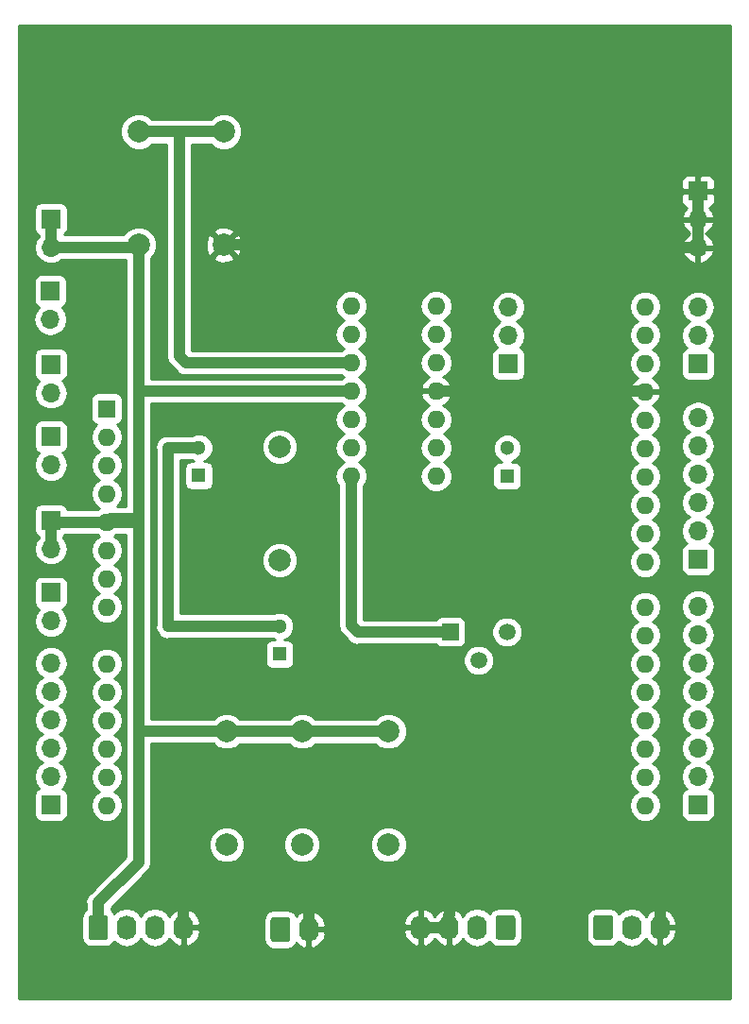
<source format=gbr>
G04 #@! TF.GenerationSoftware,KiCad,Pcbnew,(5.0.1-3-g963ef8bb5)*
G04 #@! TF.CreationDate,2019-03-18T17:32:53-03:00*
G04 #@! TF.ProjectId,NNC_monitor,4E4E435F6D6F6E69746F722E6B696361,rev?*
G04 #@! TF.SameCoordinates,Original*
G04 #@! TF.FileFunction,Copper,L2,Bot,Signal*
G04 #@! TF.FilePolarity,Positive*
%FSLAX46Y46*%
G04 Gerber Fmt 4.6, Leading zero omitted, Abs format (unit mm)*
G04 Created by KiCad (PCBNEW (5.0.1-3-g963ef8bb5)) date Monday, March 18, 2019 at 05:32:53 PM*
%MOMM*%
%LPD*%
G01*
G04 APERTURE LIST*
G04 #@! TA.AperFunction,ComponentPad*
%ADD10R,1.700000X1.700000*%
G04 #@! TD*
G04 #@! TA.AperFunction,ComponentPad*
%ADD11O,1.700000X1.700000*%
G04 #@! TD*
G04 #@! TA.AperFunction,ComponentPad*
%ADD12O,1.600000X1.600000*%
G04 #@! TD*
G04 #@! TA.AperFunction,ComponentPad*
%ADD13R,1.600000X1.600000*%
G04 #@! TD*
G04 #@! TA.AperFunction,ComponentPad*
%ADD14C,1.300000*%
G04 #@! TD*
G04 #@! TA.AperFunction,ComponentPad*
%ADD15R,1.300000X1.300000*%
G04 #@! TD*
G04 #@! TA.AperFunction,ComponentPad*
%ADD16C,1.998980*%
G04 #@! TD*
G04 #@! TA.AperFunction,ComponentPad*
%ADD17C,1.510000*%
G04 #@! TD*
G04 #@! TA.AperFunction,ComponentPad*
%ADD18R,1.510000X1.510000*%
G04 #@! TD*
G04 #@! TA.AperFunction,ComponentPad*
%ADD19O,1.740000X2.200000*%
G04 #@! TD*
G04 #@! TA.AperFunction,Conductor*
%ADD20C,0.100000*%
G04 #@! TD*
G04 #@! TA.AperFunction,ComponentPad*
%ADD21C,1.740000*%
G04 #@! TD*
G04 #@! TA.AperFunction,Conductor*
%ADD22C,1.000000*%
G04 #@! TD*
G04 #@! TA.AperFunction,Conductor*
%ADD23C,0.250000*%
G04 #@! TD*
G04 #@! TA.AperFunction,Conductor*
%ADD24C,0.254000*%
G04 #@! TD*
G04 APERTURE END LIST*
D10*
G04 #@! TO.P,J13,1*
G04 #@! TO.N,3V3*
X78500000Y-56050000D03*
D11*
G04 #@! TO.P,J13,2*
X78500000Y-58590000D03*
G04 #@! TD*
G04 #@! TO.P,J15,3*
G04 #@! TO.N,Net-(J15-Pad3)*
X119500000Y-50920000D03*
G04 #@! TO.P,J15,2*
G04 #@! TO.N,Net-(J15-Pad2)*
X119500000Y-53460000D03*
D10*
G04 #@! TO.P,J15,1*
G04 #@! TO.N,Net-(J15-Pad1)*
X119500000Y-56000000D03*
G04 #@! TD*
D11*
G04 #@! TO.P,J8,2*
G04 #@! TO.N,+5V*
X78500000Y-79040000D03*
D10*
G04 #@! TO.P,J8,1*
X78500000Y-76500000D03*
G04 #@! TD*
G04 #@! TO.P,J10,1*
G04 #@! TO.N,+5V*
X78500000Y-70000000D03*
D11*
G04 #@! TO.P,J10,2*
X78500000Y-72540000D03*
G04 #@! TD*
G04 #@! TO.P,J14,6*
G04 #@! TO.N,D13*
X136500000Y-60800000D03*
G04 #@! TO.P,J14,5*
G04 #@! TO.N,D12*
X136500000Y-63340000D03*
G04 #@! TO.P,J14,4*
G04 #@! TO.N,D11*
X136500000Y-65880000D03*
G04 #@! TO.P,J14,3*
G04 #@! TO.N,D10*
X136500000Y-68420000D03*
G04 #@! TO.P,J14,2*
G04 #@! TO.N,D9*
X136500000Y-70960000D03*
D10*
G04 #@! TO.P,J14,1*
G04 #@! TO.N,D8*
X136500000Y-73500000D03*
G04 #@! TD*
D11*
G04 #@! TO.P,J12,2*
G04 #@! TO.N,RESET*
X78500000Y-65040000D03*
D10*
G04 #@! TO.P,J12,1*
G04 #@! TO.N,IOREF*
X78500000Y-62500000D03*
G04 #@! TD*
D11*
G04 #@! TO.P,J11,6*
G04 #@! TO.N,A0*
X78500000Y-82800000D03*
G04 #@! TO.P,J11,5*
G04 #@! TO.N,A1*
X78500000Y-85340000D03*
G04 #@! TO.P,J11,4*
G04 #@! TO.N,A2*
X78500000Y-87880000D03*
G04 #@! TO.P,J11,3*
G04 #@! TO.N,A3*
X78500000Y-90420000D03*
G04 #@! TO.P,J11,2*
G04 #@! TO.N,A4_SDA*
X78500000Y-92960000D03*
D10*
G04 #@! TO.P,J11,1*
G04 #@! TO.N,A5_SCL*
X78500000Y-95500000D03*
G04 #@! TD*
D11*
G04 #@! TO.P,J9,2*
G04 #@! TO.N,3V3*
X78450000Y-51990000D03*
D10*
G04 #@! TO.P,J9,1*
X78450000Y-49450000D03*
G04 #@! TD*
D11*
G04 #@! TO.P,J8,2*
G04 #@! TO.N,+5V*
X78500000Y-45540000D03*
D10*
G04 #@! TO.P,J8,1*
X78500000Y-43000000D03*
G04 #@! TD*
D11*
G04 #@! TO.P,J7,3*
G04 #@! TO.N,GND*
X136500000Y-45580000D03*
G04 #@! TO.P,J7,2*
X136500000Y-43040000D03*
D10*
G04 #@! TO.P,J7,1*
X136500000Y-40500000D03*
G04 #@! TD*
D11*
G04 #@! TO.P,J6,8*
G04 #@! TO.N,D7*
X136500000Y-77720000D03*
G04 #@! TO.P,J6,7*
G04 #@! TO.N,D6*
X136500000Y-80260000D03*
G04 #@! TO.P,J6,6*
G04 #@! TO.N,D5*
X136500000Y-82800000D03*
G04 #@! TO.P,J6,5*
G04 #@! TO.N,D4*
X136500000Y-85340000D03*
G04 #@! TO.P,J6,4*
G04 #@! TO.N,D3*
X136500000Y-87880000D03*
G04 #@! TO.P,J6,3*
G04 #@! TO.N,D2*
X136500000Y-90420000D03*
G04 #@! TO.P,J6,2*
G04 #@! TO.N,D1_TX*
X136500000Y-92960000D03*
D10*
G04 #@! TO.P,J6,1*
G04 #@! TO.N,D0_RX*
X136500000Y-95500000D03*
G04 #@! TD*
D11*
G04 #@! TO.P,J5,3*
G04 #@! TO.N,SCL*
X136500000Y-50920000D03*
G04 #@! TO.P,J5,2*
G04 #@! TO.N,SDA*
X136500000Y-53460000D03*
D10*
G04 #@! TO.P,J5,1*
G04 #@! TO.N,AREF*
X136500000Y-56000000D03*
G04 #@! TD*
D12*
G04 #@! TO.P,A1,32*
G04 #@! TO.N,SCL*
X131760000Y-50860000D03*
G04 #@! TO.P,A1,31*
G04 #@! TO.N,SDA*
X131760000Y-53400000D03*
D13*
G04 #@! TO.P,A1,1*
G04 #@! TO.N,Net-(A1-Pad1)*
X83500000Y-60000000D03*
D12*
G04 #@! TO.P,A1,17*
G04 #@! TO.N,D2*
X131760000Y-90480000D03*
G04 #@! TO.P,A1,2*
G04 #@! TO.N,IOREF*
X83500000Y-62540000D03*
G04 #@! TO.P,A1,18*
G04 #@! TO.N,D3*
X131760000Y-87940000D03*
G04 #@! TO.P,A1,3*
G04 #@! TO.N,RESET*
X83500000Y-65080000D03*
G04 #@! TO.P,A1,19*
G04 #@! TO.N,D4*
X131760000Y-85400000D03*
G04 #@! TO.P,A1,4*
G04 #@! TO.N,3V3*
X83500000Y-67620000D03*
G04 #@! TO.P,A1,20*
G04 #@! TO.N,D5*
X131760000Y-82860000D03*
G04 #@! TO.P,A1,5*
G04 #@! TO.N,+5V*
X83500000Y-70160000D03*
G04 #@! TO.P,A1,21*
G04 #@! TO.N,D6*
X131760000Y-80320000D03*
G04 #@! TO.P,A1,6*
G04 #@! TO.N,Net-(A1-Pad6)*
X83500000Y-72700000D03*
G04 #@! TO.P,A1,22*
G04 #@! TO.N,D7*
X131760000Y-77780000D03*
G04 #@! TO.P,A1,7*
G04 #@! TO.N,Net-(A1-Pad7)*
X83500000Y-75240000D03*
G04 #@! TO.P,A1,23*
G04 #@! TO.N,D8*
X131760000Y-73720000D03*
G04 #@! TO.P,A1,8*
G04 #@! TO.N,Net-(A1-Pad8)*
X83500000Y-77780000D03*
G04 #@! TO.P,A1,24*
G04 #@! TO.N,D9*
X131760000Y-71180000D03*
G04 #@! TO.P,A1,9*
G04 #@! TO.N,A0*
X83500000Y-82860000D03*
G04 #@! TO.P,A1,25*
G04 #@! TO.N,D10*
X131760000Y-68640000D03*
G04 #@! TO.P,A1,10*
G04 #@! TO.N,A1*
X83500000Y-85400000D03*
G04 #@! TO.P,A1,26*
G04 #@! TO.N,D11*
X131760000Y-66100000D03*
G04 #@! TO.P,A1,11*
G04 #@! TO.N,A2*
X83500000Y-87940000D03*
G04 #@! TO.P,A1,27*
G04 #@! TO.N,D12*
X131760000Y-63560000D03*
G04 #@! TO.P,A1,12*
G04 #@! TO.N,A3*
X83500000Y-90480000D03*
G04 #@! TO.P,A1,28*
G04 #@! TO.N,D13*
X131760000Y-61020000D03*
G04 #@! TO.P,A1,13*
G04 #@! TO.N,A4_SDA*
X83500000Y-93020000D03*
G04 #@! TO.P,A1,29*
G04 #@! TO.N,GND*
X131760000Y-58480000D03*
G04 #@! TO.P,A1,14*
G04 #@! TO.N,A5_SCL*
X83500000Y-95560000D03*
G04 #@! TO.P,A1,30*
G04 #@! TO.N,AREF*
X131760000Y-55940000D03*
G04 #@! TO.P,A1,15*
G04 #@! TO.N,D0_RX*
X131760000Y-95560000D03*
G04 #@! TO.P,A1,16*
G04 #@! TO.N,D1_TX*
X131760000Y-93020000D03*
G04 #@! TD*
D14*
G04 #@! TO.P,C1,2*
G04 #@! TO.N,Net-(C1-Pad2)*
X91750000Y-63500000D03*
D15*
G04 #@! TO.P,C1,1*
G04 #@! TO.N,Net-(C1-Pad1)*
X91750000Y-66000000D03*
G04 #@! TD*
D16*
G04 #@! TO.P,R5,2*
G04 #@! TO.N,Net-(C1-Pad2)*
X99000000Y-63420000D03*
G04 #@! TO.P,R5,1*
G04 #@! TO.N,Net-(C1-Pad1)*
X99000000Y-73580000D03*
G04 #@! TD*
D12*
G04 #@! TO.P,U1,14*
G04 #@! TO.N,Net-(J15-Pad2)*
X113030000Y-50800000D03*
G04 #@! TO.P,U1,13*
G04 #@! TO.N,Net-(J15-Pad3)*
X113030000Y-53340000D03*
G04 #@! TO.P,U1,12*
G04 #@! TO.N,Net-(J15-Pad1)*
X113030000Y-55880000D03*
G04 #@! TO.P,U1,11*
G04 #@! TO.N,GND*
X113030000Y-58420000D03*
G04 #@! TO.P,U1,10*
G04 #@! TO.N,Net-(U1-Pad1)*
X113030000Y-60960000D03*
G04 #@! TO.P,U1,9*
G04 #@! TO.N,Net-(C2-Pad2)*
X113030000Y-63500000D03*
G04 #@! TO.P,U1,8*
G04 #@! TO.N,A0*
X113030000Y-66040000D03*
G04 #@! TO.P,U1,7*
G04 #@! TO.N,Net-(C1-Pad1)*
X105410000Y-66040000D03*
G04 #@! TO.P,U1,6*
G04 #@! TO.N,Net-(C1-Pad2)*
X105410000Y-63500000D03*
G04 #@! TO.P,U1,5*
G04 #@! TO.N,Net-(U1-Pad1)*
X105410000Y-60960000D03*
G04 #@! TO.P,U1,4*
G04 #@! TO.N,+5V*
X105410000Y-58420000D03*
G04 #@! TO.P,U1,3*
G04 #@! TO.N,Net-(R3-Pad2)*
X105410000Y-55880000D03*
G04 #@! TO.P,U1,2*
G04 #@! TO.N,Net-(U1-Pad1)*
X105410000Y-53340000D03*
G04 #@! TO.P,U1,1*
X105410000Y-50800000D03*
G04 #@! TD*
D17*
G04 #@! TO.P,RV1,2*
G04 #@! TO.N,Net-(C2-Pad2)*
X116840000Y-82550000D03*
D18*
G04 #@! TO.P,RV1,1*
G04 #@! TO.N,Net-(C1-Pad1)*
X114300000Y-80010000D03*
D17*
G04 #@! TO.P,RV1,3*
G04 #@! TO.N,A0*
X119380000Y-80010000D03*
G04 #@! TD*
D16*
G04 #@! TO.P,R6,2*
G04 #@! TO.N,A1*
X108750000Y-99080000D03*
G04 #@! TO.P,R6,1*
G04 #@! TO.N,+5V*
X108750000Y-88920000D03*
G04 #@! TD*
G04 #@! TO.P,R4,2*
G04 #@! TO.N,GND*
X94000000Y-45330000D03*
G04 #@! TO.P,R4,1*
G04 #@! TO.N,Net-(R3-Pad2)*
X94000000Y-35170000D03*
G04 #@! TD*
G04 #@! TO.P,R3,2*
G04 #@! TO.N,Net-(R3-Pad2)*
X86360000Y-35170000D03*
G04 #@! TO.P,R3,1*
G04 #@! TO.N,+5V*
X86360000Y-45330000D03*
G04 #@! TD*
G04 #@! TO.P,R2,2*
G04 #@! TO.N,Net-(J1-Pad2)*
X101000000Y-99080000D03*
G04 #@! TO.P,R2,1*
G04 #@! TO.N,+5V*
X101000000Y-88920000D03*
G04 #@! TD*
G04 #@! TO.P,R1,2*
G04 #@! TO.N,Net-(C3-Pad1)*
X94250000Y-99080000D03*
G04 #@! TO.P,R1,1*
G04 #@! TO.N,+5V*
X94250000Y-88920000D03*
G04 #@! TD*
D19*
G04 #@! TO.P,J4,4*
G04 #@! TO.N,GND*
X90370000Y-106500000D03*
G04 #@! TO.P,J4,3*
G04 #@! TO.N,A5_SCL*
X87830000Y-106500000D03*
G04 #@! TO.P,J4,2*
G04 #@! TO.N,A4_SDA*
X85290000Y-106500000D03*
D20*
G04 #@! TD*
G04 #@! TO.N,+5V*
G04 #@! TO.C,J4*
G36*
X83394505Y-105401204D02*
X83418773Y-105404804D01*
X83442572Y-105410765D01*
X83465671Y-105419030D01*
X83487850Y-105429520D01*
X83508893Y-105442132D01*
X83528599Y-105456747D01*
X83546777Y-105473223D01*
X83563253Y-105491401D01*
X83577868Y-105511107D01*
X83590480Y-105532150D01*
X83600970Y-105554329D01*
X83609235Y-105577428D01*
X83615196Y-105601227D01*
X83618796Y-105625495D01*
X83620000Y-105649999D01*
X83620000Y-107350001D01*
X83618796Y-107374505D01*
X83615196Y-107398773D01*
X83609235Y-107422572D01*
X83600970Y-107445671D01*
X83590480Y-107467850D01*
X83577868Y-107488893D01*
X83563253Y-107508599D01*
X83546777Y-107526777D01*
X83528599Y-107543253D01*
X83508893Y-107557868D01*
X83487850Y-107570480D01*
X83465671Y-107580970D01*
X83442572Y-107589235D01*
X83418773Y-107595196D01*
X83394505Y-107598796D01*
X83370001Y-107600000D01*
X82129999Y-107600000D01*
X82105495Y-107598796D01*
X82081227Y-107595196D01*
X82057428Y-107589235D01*
X82034329Y-107580970D01*
X82012150Y-107570480D01*
X81991107Y-107557868D01*
X81971401Y-107543253D01*
X81953223Y-107526777D01*
X81936747Y-107508599D01*
X81922132Y-107488893D01*
X81909520Y-107467850D01*
X81899030Y-107445671D01*
X81890765Y-107422572D01*
X81884804Y-107398773D01*
X81881204Y-107374505D01*
X81880000Y-107350001D01*
X81880000Y-105649999D01*
X81881204Y-105625495D01*
X81884804Y-105601227D01*
X81890765Y-105577428D01*
X81899030Y-105554329D01*
X81909520Y-105532150D01*
X81922132Y-105511107D01*
X81936747Y-105491401D01*
X81953223Y-105473223D01*
X81971401Y-105456747D01*
X81991107Y-105442132D01*
X82012150Y-105429520D01*
X82034329Y-105419030D01*
X82057428Y-105410765D01*
X82081227Y-105404804D01*
X82105495Y-105401204D01*
X82129999Y-105400000D01*
X83370001Y-105400000D01*
X83394505Y-105401204D01*
X83394505Y-105401204D01*
G37*
D21*
G04 #@! TO.P,J4,1*
G04 #@! TO.N,+5V*
X82750000Y-106500000D03*
G04 #@! TD*
D19*
G04 #@! TO.P,J3,3*
G04 #@! TO.N,GND*
X133080000Y-106500000D03*
G04 #@! TO.P,J3,2*
G04 #@! TO.N,D2*
X130540000Y-106500000D03*
D20*
G04 #@! TD*
G04 #@! TO.N,+5V*
G04 #@! TO.C,J3*
G36*
X128644505Y-105401204D02*
X128668773Y-105404804D01*
X128692572Y-105410765D01*
X128715671Y-105419030D01*
X128737850Y-105429520D01*
X128758893Y-105442132D01*
X128778599Y-105456747D01*
X128796777Y-105473223D01*
X128813253Y-105491401D01*
X128827868Y-105511107D01*
X128840480Y-105532150D01*
X128850970Y-105554329D01*
X128859235Y-105577428D01*
X128865196Y-105601227D01*
X128868796Y-105625495D01*
X128870000Y-105649999D01*
X128870000Y-107350001D01*
X128868796Y-107374505D01*
X128865196Y-107398773D01*
X128859235Y-107422572D01*
X128850970Y-107445671D01*
X128840480Y-107467850D01*
X128827868Y-107488893D01*
X128813253Y-107508599D01*
X128796777Y-107526777D01*
X128778599Y-107543253D01*
X128758893Y-107557868D01*
X128737850Y-107570480D01*
X128715671Y-107580970D01*
X128692572Y-107589235D01*
X128668773Y-107595196D01*
X128644505Y-107598796D01*
X128620001Y-107600000D01*
X127379999Y-107600000D01*
X127355495Y-107598796D01*
X127331227Y-107595196D01*
X127307428Y-107589235D01*
X127284329Y-107580970D01*
X127262150Y-107570480D01*
X127241107Y-107557868D01*
X127221401Y-107543253D01*
X127203223Y-107526777D01*
X127186747Y-107508599D01*
X127172132Y-107488893D01*
X127159520Y-107467850D01*
X127149030Y-107445671D01*
X127140765Y-107422572D01*
X127134804Y-107398773D01*
X127131204Y-107374505D01*
X127130000Y-107350001D01*
X127130000Y-105649999D01*
X127131204Y-105625495D01*
X127134804Y-105601227D01*
X127140765Y-105577428D01*
X127149030Y-105554329D01*
X127159520Y-105532150D01*
X127172132Y-105511107D01*
X127186747Y-105491401D01*
X127203223Y-105473223D01*
X127221401Y-105456747D01*
X127241107Y-105442132D01*
X127262150Y-105429520D01*
X127284329Y-105419030D01*
X127307428Y-105410765D01*
X127331227Y-105404804D01*
X127355495Y-105401204D01*
X127379999Y-105400000D01*
X128620001Y-105400000D01*
X128644505Y-105401204D01*
X128644505Y-105401204D01*
G37*
D21*
G04 #@! TO.P,J3,1*
G04 #@! TO.N,+5V*
X128000000Y-106500000D03*
G04 #@! TD*
D19*
G04 #@! TO.P,J2,2*
G04 #@! TO.N,GND*
X101600000Y-106680000D03*
D20*
G04 #@! TD*
G04 #@! TO.N,A1*
G04 #@! TO.C,J2*
G36*
X99704505Y-105581204D02*
X99728773Y-105584804D01*
X99752572Y-105590765D01*
X99775671Y-105599030D01*
X99797850Y-105609520D01*
X99818893Y-105622132D01*
X99838599Y-105636747D01*
X99856777Y-105653223D01*
X99873253Y-105671401D01*
X99887868Y-105691107D01*
X99900480Y-105712150D01*
X99910970Y-105734329D01*
X99919235Y-105757428D01*
X99925196Y-105781227D01*
X99928796Y-105805495D01*
X99930000Y-105829999D01*
X99930000Y-107530001D01*
X99928796Y-107554505D01*
X99925196Y-107578773D01*
X99919235Y-107602572D01*
X99910970Y-107625671D01*
X99900480Y-107647850D01*
X99887868Y-107668893D01*
X99873253Y-107688599D01*
X99856777Y-107706777D01*
X99838599Y-107723253D01*
X99818893Y-107737868D01*
X99797850Y-107750480D01*
X99775671Y-107760970D01*
X99752572Y-107769235D01*
X99728773Y-107775196D01*
X99704505Y-107778796D01*
X99680001Y-107780000D01*
X98439999Y-107780000D01*
X98415495Y-107778796D01*
X98391227Y-107775196D01*
X98367428Y-107769235D01*
X98344329Y-107760970D01*
X98322150Y-107750480D01*
X98301107Y-107737868D01*
X98281401Y-107723253D01*
X98263223Y-107706777D01*
X98246747Y-107688599D01*
X98232132Y-107668893D01*
X98219520Y-107647850D01*
X98209030Y-107625671D01*
X98200765Y-107602572D01*
X98194804Y-107578773D01*
X98191204Y-107554505D01*
X98190000Y-107530001D01*
X98190000Y-105829999D01*
X98191204Y-105805495D01*
X98194804Y-105781227D01*
X98200765Y-105757428D01*
X98209030Y-105734329D01*
X98219520Y-105712150D01*
X98232132Y-105691107D01*
X98246747Y-105671401D01*
X98263223Y-105653223D01*
X98281401Y-105636747D01*
X98301107Y-105622132D01*
X98322150Y-105609520D01*
X98344329Y-105599030D01*
X98367428Y-105590765D01*
X98391227Y-105584804D01*
X98415495Y-105581204D01*
X98439999Y-105580000D01*
X99680001Y-105580000D01*
X99704505Y-105581204D01*
X99704505Y-105581204D01*
G37*
D21*
G04 #@! TO.P,J2,1*
G04 #@! TO.N,A1*
X99060000Y-106680000D03*
G04 #@! TD*
D19*
G04 #@! TO.P,J1,4*
G04 #@! TO.N,GND*
X111630000Y-106500000D03*
G04 #@! TO.P,J1,3*
X114170000Y-106500000D03*
G04 #@! TO.P,J1,2*
G04 #@! TO.N,Net-(J1-Pad2)*
X116710000Y-106500000D03*
D20*
G04 #@! TD*
G04 #@! TO.N,Net-(C3-Pad1)*
G04 #@! TO.C,J1*
G36*
X119894505Y-105401204D02*
X119918773Y-105404804D01*
X119942572Y-105410765D01*
X119965671Y-105419030D01*
X119987850Y-105429520D01*
X120008893Y-105442132D01*
X120028599Y-105456747D01*
X120046777Y-105473223D01*
X120063253Y-105491401D01*
X120077868Y-105511107D01*
X120090480Y-105532150D01*
X120100970Y-105554329D01*
X120109235Y-105577428D01*
X120115196Y-105601227D01*
X120118796Y-105625495D01*
X120120000Y-105649999D01*
X120120000Y-107350001D01*
X120118796Y-107374505D01*
X120115196Y-107398773D01*
X120109235Y-107422572D01*
X120100970Y-107445671D01*
X120090480Y-107467850D01*
X120077868Y-107488893D01*
X120063253Y-107508599D01*
X120046777Y-107526777D01*
X120028599Y-107543253D01*
X120008893Y-107557868D01*
X119987850Y-107570480D01*
X119965671Y-107580970D01*
X119942572Y-107589235D01*
X119918773Y-107595196D01*
X119894505Y-107598796D01*
X119870001Y-107600000D01*
X118629999Y-107600000D01*
X118605495Y-107598796D01*
X118581227Y-107595196D01*
X118557428Y-107589235D01*
X118534329Y-107580970D01*
X118512150Y-107570480D01*
X118491107Y-107557868D01*
X118471401Y-107543253D01*
X118453223Y-107526777D01*
X118436747Y-107508599D01*
X118422132Y-107488893D01*
X118409520Y-107467850D01*
X118399030Y-107445671D01*
X118390765Y-107422572D01*
X118384804Y-107398773D01*
X118381204Y-107374505D01*
X118380000Y-107350001D01*
X118380000Y-105649999D01*
X118381204Y-105625495D01*
X118384804Y-105601227D01*
X118390765Y-105577428D01*
X118399030Y-105554329D01*
X118409520Y-105532150D01*
X118422132Y-105511107D01*
X118436747Y-105491401D01*
X118453223Y-105473223D01*
X118471401Y-105456747D01*
X118491107Y-105442132D01*
X118512150Y-105429520D01*
X118534329Y-105419030D01*
X118557428Y-105410765D01*
X118581227Y-105404804D01*
X118605495Y-105401204D01*
X118629999Y-105400000D01*
X119870001Y-105400000D01*
X119894505Y-105401204D01*
X119894505Y-105401204D01*
G37*
D21*
G04 #@! TO.P,J1,1*
G04 #@! TO.N,Net-(C3-Pad1)*
X119250000Y-106500000D03*
G04 #@! TD*
D14*
G04 #@! TO.P,C3,2*
G04 #@! TO.N,Net-(C1-Pad2)*
X99000000Y-79500000D03*
D15*
G04 #@! TO.P,C3,1*
G04 #@! TO.N,Net-(C3-Pad1)*
X99000000Y-82000000D03*
G04 #@! TD*
D14*
G04 #@! TO.P,C2,2*
G04 #@! TO.N,Net-(C2-Pad2)*
X119380000Y-63540000D03*
D15*
G04 #@! TO.P,C2,1*
G04 #@! TO.N,A0*
X119380000Y-66040000D03*
G04 #@! TD*
D22*
G04 #@! TO.N,Net-(C1-Pad2)*
X89000000Y-63500000D02*
X91750000Y-63500000D01*
X89000000Y-79500000D02*
X89000000Y-63500000D01*
X99000000Y-79500000D02*
X89000000Y-79500000D01*
G04 #@! TO.N,Net-(C1-Pad1)*
X114300000Y-80010000D02*
X106010000Y-80010000D01*
X105410000Y-79410000D02*
X105410000Y-66040000D01*
X106010000Y-80010000D02*
X105410000Y-79410000D01*
G04 #@! TO.N,Net-(R3-Pad2)*
X105410000Y-55880000D02*
X90620000Y-55880000D01*
X90000000Y-55260000D02*
X90620000Y-55880000D01*
X90000000Y-35170000D02*
X90000000Y-55260000D01*
X86360000Y-35170000D02*
X90000000Y-35170000D01*
X90000000Y-35170000D02*
X94000000Y-35170000D01*
G04 #@! TO.N,+5V*
X86010000Y-69850000D02*
X83820000Y-69850000D01*
X86360000Y-69500000D02*
X86010000Y-69850000D01*
X86360000Y-55880000D02*
X86360000Y-69500000D01*
X93980000Y-88900000D02*
X86460000Y-88900000D01*
X86460000Y-88900000D02*
X86360000Y-88800000D01*
X86360000Y-55880000D02*
X86360000Y-45330000D01*
X86440000Y-58420000D02*
X86360000Y-58500000D01*
X105410000Y-58420000D02*
X86440000Y-58420000D01*
X86360000Y-58500000D02*
X86360000Y-55880000D01*
X86360000Y-88800000D02*
X86360000Y-58500000D01*
X94250000Y-88920000D02*
X108750000Y-88920000D01*
X82750000Y-106500000D02*
X82750000Y-104250000D01*
X86360000Y-100640000D02*
X86360000Y-88800000D01*
X82750000Y-104250000D02*
X86360000Y-100640000D01*
X85700000Y-70160000D02*
X86010000Y-69850000D01*
X83500000Y-70160000D02*
X85700000Y-70160000D01*
X86150000Y-45540000D02*
X86360000Y-45330000D01*
X78500000Y-45540000D02*
X86150000Y-45540000D01*
X78500000Y-45540000D02*
X78500000Y-43000000D01*
X78660000Y-70160000D02*
X78500000Y-70000000D01*
X83500000Y-70160000D02*
X78660000Y-70160000D01*
X78500000Y-70000000D02*
X78500000Y-72540000D01*
G04 #@! TO.N,GND*
X94000000Y-45330000D02*
X122420000Y-45330000D01*
X122420000Y-58340000D02*
X122500000Y-58420000D01*
X113030000Y-58420000D02*
X122500000Y-58420000D01*
X127500000Y-58420000D02*
X127500000Y-101750000D01*
X101600000Y-101850000D02*
X101500000Y-101750000D01*
X101600000Y-106680000D02*
X101600000Y-101850000D01*
X127500000Y-101750000D02*
X115500000Y-101750000D01*
X101500000Y-101750000D02*
X90500000Y-101750000D01*
X90370000Y-101880000D02*
X90500000Y-101750000D01*
X90370000Y-106500000D02*
X90370000Y-101880000D01*
X127500000Y-101750000D02*
X132000000Y-101750000D01*
X132000000Y-101750000D02*
X133080000Y-102830000D01*
X115500000Y-101750000D02*
X114250000Y-101750000D01*
X111630000Y-101870000D02*
X111750000Y-101750000D01*
X111750000Y-101750000D02*
X101500000Y-101750000D01*
X114250000Y-101750000D02*
X111750000Y-101750000D01*
X114250000Y-105320000D02*
X114250000Y-101750000D01*
X114170000Y-105400000D02*
X114250000Y-105320000D01*
X122500000Y-58420000D02*
X127500000Y-58420000D01*
X122420000Y-45330000D02*
X122420000Y-58340000D01*
D23*
X127500000Y-58420000D02*
X127560000Y-58480000D01*
D22*
X131700000Y-58420000D02*
X131760000Y-58480000D01*
X113030000Y-58420000D02*
X131700000Y-58420000D01*
X133080000Y-102830000D02*
X133080000Y-106500000D01*
X122420000Y-45330000D02*
X134830000Y-45330000D01*
X136500000Y-45580000D02*
X136500000Y-40500000D01*
X135080000Y-45580000D02*
X136500000Y-45580000D01*
X134830000Y-45330000D02*
X135080000Y-45580000D01*
X111630000Y-106500000D02*
X114170000Y-106500000D01*
G04 #@! TD*
D24*
G04 #@! TO.N,GND*
G36*
X139340000Y-112840000D02*
X75660000Y-112840000D01*
X75660000Y-82800000D01*
X76985908Y-82800000D01*
X77101161Y-83379418D01*
X77429375Y-83870625D01*
X77727761Y-84070000D01*
X77429375Y-84269375D01*
X77101161Y-84760582D01*
X76985908Y-85340000D01*
X77101161Y-85919418D01*
X77429375Y-86410625D01*
X77727761Y-86610000D01*
X77429375Y-86809375D01*
X77101161Y-87300582D01*
X76985908Y-87880000D01*
X77101161Y-88459418D01*
X77429375Y-88950625D01*
X77727761Y-89150000D01*
X77429375Y-89349375D01*
X77101161Y-89840582D01*
X76985908Y-90420000D01*
X77101161Y-90999418D01*
X77429375Y-91490625D01*
X77727761Y-91690000D01*
X77429375Y-91889375D01*
X77101161Y-92380582D01*
X76985908Y-92960000D01*
X77101161Y-93539418D01*
X77429375Y-94030625D01*
X77447619Y-94042816D01*
X77402235Y-94051843D01*
X77192191Y-94192191D01*
X77051843Y-94402235D01*
X77002560Y-94650000D01*
X77002560Y-96350000D01*
X77051843Y-96597765D01*
X77192191Y-96807809D01*
X77402235Y-96948157D01*
X77650000Y-96997440D01*
X79350000Y-96997440D01*
X79597765Y-96948157D01*
X79807809Y-96807809D01*
X79948157Y-96597765D01*
X79997440Y-96350000D01*
X79997440Y-94650000D01*
X79948157Y-94402235D01*
X79807809Y-94192191D01*
X79597765Y-94051843D01*
X79552381Y-94042816D01*
X79570625Y-94030625D01*
X79898839Y-93539418D01*
X80014092Y-92960000D01*
X79898839Y-92380582D01*
X79570625Y-91889375D01*
X79272239Y-91690000D01*
X79570625Y-91490625D01*
X79898839Y-90999418D01*
X80014092Y-90420000D01*
X79898839Y-89840582D01*
X79570625Y-89349375D01*
X79272239Y-89150000D01*
X79570625Y-88950625D01*
X79898839Y-88459418D01*
X80014092Y-87880000D01*
X79898839Y-87300582D01*
X79570625Y-86809375D01*
X79272239Y-86610000D01*
X79570625Y-86410625D01*
X79898839Y-85919418D01*
X80014092Y-85340000D01*
X79898839Y-84760582D01*
X79570625Y-84269375D01*
X79272239Y-84070000D01*
X79570625Y-83870625D01*
X79898839Y-83379418D01*
X80002157Y-82860000D01*
X82036887Y-82860000D01*
X82148260Y-83419909D01*
X82465423Y-83894577D01*
X82817758Y-84130000D01*
X82465423Y-84365423D01*
X82148260Y-84840091D01*
X82036887Y-85400000D01*
X82148260Y-85959909D01*
X82465423Y-86434577D01*
X82817758Y-86670000D01*
X82465423Y-86905423D01*
X82148260Y-87380091D01*
X82036887Y-87940000D01*
X82148260Y-88499909D01*
X82465423Y-88974577D01*
X82817758Y-89210000D01*
X82465423Y-89445423D01*
X82148260Y-89920091D01*
X82036887Y-90480000D01*
X82148260Y-91039909D01*
X82465423Y-91514577D01*
X82817758Y-91750000D01*
X82465423Y-91985423D01*
X82148260Y-92460091D01*
X82036887Y-93020000D01*
X82148260Y-93579909D01*
X82465423Y-94054577D01*
X82817758Y-94290000D01*
X82465423Y-94525423D01*
X82148260Y-95000091D01*
X82036887Y-95560000D01*
X82148260Y-96119909D01*
X82465423Y-96594577D01*
X82940091Y-96911740D01*
X83358667Y-96995000D01*
X83641333Y-96995000D01*
X84059909Y-96911740D01*
X84534577Y-96594577D01*
X84851740Y-96119909D01*
X84963113Y-95560000D01*
X84851740Y-95000091D01*
X84534577Y-94525423D01*
X84182242Y-94290000D01*
X84534577Y-94054577D01*
X84851740Y-93579909D01*
X84963113Y-93020000D01*
X84851740Y-92460091D01*
X84534577Y-91985423D01*
X84182242Y-91750000D01*
X84534577Y-91514577D01*
X84851740Y-91039909D01*
X84963113Y-90480000D01*
X84851740Y-89920091D01*
X84534577Y-89445423D01*
X84182242Y-89210000D01*
X84534577Y-88974577D01*
X84851740Y-88499909D01*
X84963113Y-87940000D01*
X84851740Y-87380091D01*
X84534577Y-86905423D01*
X84182242Y-86670000D01*
X84534577Y-86434577D01*
X84851740Y-85959909D01*
X84963113Y-85400000D01*
X84851740Y-84840091D01*
X84534577Y-84365423D01*
X84182242Y-84130000D01*
X84534577Y-83894577D01*
X84851740Y-83419909D01*
X84963113Y-82860000D01*
X84851740Y-82300091D01*
X84534577Y-81825423D01*
X84059909Y-81508260D01*
X83641333Y-81425000D01*
X83358667Y-81425000D01*
X82940091Y-81508260D01*
X82465423Y-81825423D01*
X82148260Y-82300091D01*
X82036887Y-82860000D01*
X80002157Y-82860000D01*
X80014092Y-82800000D01*
X79898839Y-82220582D01*
X79570625Y-81729375D01*
X79079418Y-81401161D01*
X78646256Y-81315000D01*
X78353744Y-81315000D01*
X77920582Y-81401161D01*
X77429375Y-81729375D01*
X77101161Y-82220582D01*
X76985908Y-82800000D01*
X75660000Y-82800000D01*
X75660000Y-79040000D01*
X76985908Y-79040000D01*
X77101161Y-79619418D01*
X77429375Y-80110625D01*
X77920582Y-80438839D01*
X78353744Y-80525000D01*
X78646256Y-80525000D01*
X79079418Y-80438839D01*
X79570625Y-80110625D01*
X79898839Y-79619418D01*
X80014092Y-79040000D01*
X79898839Y-78460582D01*
X79570625Y-77969375D01*
X79552381Y-77957184D01*
X79597765Y-77948157D01*
X79807809Y-77807809D01*
X79948157Y-77597765D01*
X79997440Y-77350000D01*
X79997440Y-75650000D01*
X79948157Y-75402235D01*
X79807809Y-75192191D01*
X79597765Y-75051843D01*
X79350000Y-75002560D01*
X77650000Y-75002560D01*
X77402235Y-75051843D01*
X77192191Y-75192191D01*
X77051843Y-75402235D01*
X77002560Y-75650000D01*
X77002560Y-77350000D01*
X77051843Y-77597765D01*
X77192191Y-77807809D01*
X77402235Y-77948157D01*
X77447619Y-77957184D01*
X77429375Y-77969375D01*
X77101161Y-78460582D01*
X76985908Y-79040000D01*
X75660000Y-79040000D01*
X75660000Y-65040000D01*
X76985908Y-65040000D01*
X77101161Y-65619418D01*
X77429375Y-66110625D01*
X77920582Y-66438839D01*
X78353744Y-66525000D01*
X78646256Y-66525000D01*
X79079418Y-66438839D01*
X79570625Y-66110625D01*
X79898839Y-65619418D01*
X80014092Y-65040000D01*
X79898839Y-64460582D01*
X79570625Y-63969375D01*
X79552381Y-63957184D01*
X79597765Y-63948157D01*
X79807809Y-63807809D01*
X79948157Y-63597765D01*
X79997440Y-63350000D01*
X79997440Y-61650000D01*
X79948157Y-61402235D01*
X79807809Y-61192191D01*
X79597765Y-61051843D01*
X79350000Y-61002560D01*
X77650000Y-61002560D01*
X77402235Y-61051843D01*
X77192191Y-61192191D01*
X77051843Y-61402235D01*
X77002560Y-61650000D01*
X77002560Y-63350000D01*
X77051843Y-63597765D01*
X77192191Y-63807809D01*
X77402235Y-63948157D01*
X77447619Y-63957184D01*
X77429375Y-63969375D01*
X77101161Y-64460582D01*
X76985908Y-65040000D01*
X75660000Y-65040000D01*
X75660000Y-58590000D01*
X76985908Y-58590000D01*
X77101161Y-59169418D01*
X77429375Y-59660625D01*
X77920582Y-59988839D01*
X78353744Y-60075000D01*
X78646256Y-60075000D01*
X79079418Y-59988839D01*
X79570625Y-59660625D01*
X79898839Y-59169418D01*
X80014092Y-58590000D01*
X79898839Y-58010582D01*
X79570625Y-57519375D01*
X79552381Y-57507184D01*
X79597765Y-57498157D01*
X79807809Y-57357809D01*
X79948157Y-57147765D01*
X79997440Y-56900000D01*
X79997440Y-55200000D01*
X79948157Y-54952235D01*
X79807809Y-54742191D01*
X79597765Y-54601843D01*
X79350000Y-54552560D01*
X77650000Y-54552560D01*
X77402235Y-54601843D01*
X77192191Y-54742191D01*
X77051843Y-54952235D01*
X77002560Y-55200000D01*
X77002560Y-56900000D01*
X77051843Y-57147765D01*
X77192191Y-57357809D01*
X77402235Y-57498157D01*
X77447619Y-57507184D01*
X77429375Y-57519375D01*
X77101161Y-58010582D01*
X76985908Y-58590000D01*
X75660000Y-58590000D01*
X75660000Y-51990000D01*
X76935908Y-51990000D01*
X77051161Y-52569418D01*
X77379375Y-53060625D01*
X77870582Y-53388839D01*
X78303744Y-53475000D01*
X78596256Y-53475000D01*
X79029418Y-53388839D01*
X79520625Y-53060625D01*
X79848839Y-52569418D01*
X79964092Y-51990000D01*
X79848839Y-51410582D01*
X79520625Y-50919375D01*
X79502381Y-50907184D01*
X79547765Y-50898157D01*
X79757809Y-50757809D01*
X79898157Y-50547765D01*
X79947440Y-50300000D01*
X79947440Y-48600000D01*
X79898157Y-48352235D01*
X79757809Y-48142191D01*
X79547765Y-48001843D01*
X79300000Y-47952560D01*
X77600000Y-47952560D01*
X77352235Y-48001843D01*
X77142191Y-48142191D01*
X77001843Y-48352235D01*
X76952560Y-48600000D01*
X76952560Y-50300000D01*
X77001843Y-50547765D01*
X77142191Y-50757809D01*
X77352235Y-50898157D01*
X77397619Y-50907184D01*
X77379375Y-50919375D01*
X77051161Y-51410582D01*
X76935908Y-51990000D01*
X75660000Y-51990000D01*
X75660000Y-45540000D01*
X76985908Y-45540000D01*
X77101161Y-46119418D01*
X77429375Y-46610625D01*
X77920582Y-46938839D01*
X78353744Y-47025000D01*
X78646256Y-47025000D01*
X79079418Y-46938839D01*
X79474281Y-46675000D01*
X85225001Y-46675000D01*
X85225000Y-55768217D01*
X85225000Y-58388216D01*
X85202765Y-58500000D01*
X85225000Y-58611782D01*
X85225001Y-62760582D01*
X85225001Y-68715000D01*
X84444148Y-68715000D01*
X84534577Y-68654577D01*
X84851740Y-68179909D01*
X84963113Y-67620000D01*
X84851740Y-67060091D01*
X84534577Y-66585423D01*
X84182242Y-66350000D01*
X84534577Y-66114577D01*
X84851740Y-65639909D01*
X84963113Y-65080000D01*
X84851740Y-64520091D01*
X84534577Y-64045423D01*
X84182242Y-63810000D01*
X84534577Y-63574577D01*
X84851740Y-63099909D01*
X84963113Y-62540000D01*
X84851740Y-61980091D01*
X84534577Y-61505423D01*
X84413894Y-61424785D01*
X84547765Y-61398157D01*
X84757809Y-61257809D01*
X84898157Y-61047765D01*
X84947440Y-60800000D01*
X84947440Y-59200000D01*
X84898157Y-58952235D01*
X84757809Y-58742191D01*
X84547765Y-58601843D01*
X84300000Y-58552560D01*
X82700000Y-58552560D01*
X82452235Y-58601843D01*
X82242191Y-58742191D01*
X82101843Y-58952235D01*
X82052560Y-59200000D01*
X82052560Y-60800000D01*
X82101843Y-61047765D01*
X82242191Y-61257809D01*
X82452235Y-61398157D01*
X82586106Y-61424785D01*
X82465423Y-61505423D01*
X82148260Y-61980091D01*
X82036887Y-62540000D01*
X82148260Y-63099909D01*
X82465423Y-63574577D01*
X82817758Y-63810000D01*
X82465423Y-64045423D01*
X82148260Y-64520091D01*
X82036887Y-65080000D01*
X82148260Y-65639909D01*
X82465423Y-66114577D01*
X82817758Y-66350000D01*
X82465423Y-66585423D01*
X82148260Y-67060091D01*
X82036887Y-67620000D01*
X82148260Y-68179909D01*
X82465423Y-68654577D01*
X82817758Y-68890000D01*
X82615717Y-69025000D01*
X79972576Y-69025000D01*
X79948157Y-68902235D01*
X79807809Y-68692191D01*
X79597765Y-68551843D01*
X79350000Y-68502560D01*
X77650000Y-68502560D01*
X77402235Y-68551843D01*
X77192191Y-68692191D01*
X77051843Y-68902235D01*
X77002560Y-69150000D01*
X77002560Y-70850000D01*
X77051843Y-71097765D01*
X77192191Y-71307809D01*
X77365001Y-71423278D01*
X77365001Y-71565718D01*
X77101161Y-71960582D01*
X76985908Y-72540000D01*
X77101161Y-73119418D01*
X77429375Y-73610625D01*
X77920582Y-73938839D01*
X78353744Y-74025000D01*
X78646256Y-74025000D01*
X79079418Y-73938839D01*
X79570625Y-73610625D01*
X79898839Y-73119418D01*
X80014092Y-72540000D01*
X79898839Y-71960582D01*
X79635000Y-71565719D01*
X79635000Y-71423277D01*
X79807809Y-71307809D01*
X79816368Y-71295000D01*
X82615717Y-71295000D01*
X82817758Y-71430000D01*
X82465423Y-71665423D01*
X82148260Y-72140091D01*
X82036887Y-72700000D01*
X82148260Y-73259909D01*
X82465423Y-73734577D01*
X82817758Y-73970000D01*
X82465423Y-74205423D01*
X82148260Y-74680091D01*
X82036887Y-75240000D01*
X82148260Y-75799909D01*
X82465423Y-76274577D01*
X82817758Y-76510000D01*
X82465423Y-76745423D01*
X82148260Y-77220091D01*
X82036887Y-77780000D01*
X82148260Y-78339909D01*
X82465423Y-78814577D01*
X82940091Y-79131740D01*
X83358667Y-79215000D01*
X83641333Y-79215000D01*
X84059909Y-79131740D01*
X84534577Y-78814577D01*
X84851740Y-78339909D01*
X84963113Y-77780000D01*
X84851740Y-77220091D01*
X84534577Y-76745423D01*
X84182242Y-76510000D01*
X84534577Y-76274577D01*
X84851740Y-75799909D01*
X84963113Y-75240000D01*
X84851740Y-74680091D01*
X84534577Y-74205423D01*
X84182242Y-73970000D01*
X84534577Y-73734577D01*
X84851740Y-73259909D01*
X84963113Y-72700000D01*
X84851740Y-72140091D01*
X84534577Y-71665423D01*
X84182242Y-71430000D01*
X84384283Y-71295000D01*
X85225001Y-71295000D01*
X85225000Y-88688217D01*
X85202765Y-88800000D01*
X85225001Y-88911788D01*
X85225000Y-100169868D01*
X82026480Y-103368389D01*
X81931712Y-103431711D01*
X81746085Y-103709522D01*
X81680854Y-103807146D01*
X81592765Y-104250000D01*
X81615001Y-104361788D01*
X81615001Y-104935508D01*
X81495414Y-105015414D01*
X81300873Y-105306564D01*
X81232560Y-105649999D01*
X81232560Y-107350001D01*
X81300873Y-107693436D01*
X81495414Y-107984586D01*
X81786564Y-108179127D01*
X82129999Y-108247440D01*
X83370001Y-108247440D01*
X83713436Y-108179127D01*
X84004586Y-107984586D01*
X84161413Y-107749878D01*
X84204956Y-107815044D01*
X84702779Y-108147678D01*
X85290000Y-108264484D01*
X85877222Y-108147678D01*
X86375044Y-107815044D01*
X86560000Y-107538237D01*
X86744956Y-107815044D01*
X87242779Y-108147678D01*
X87830000Y-108264484D01*
X88417222Y-108147678D01*
X88915044Y-107815044D01*
X89107159Y-107527522D01*
X89399509Y-107890533D01*
X89917500Y-108173584D01*
X90009969Y-108191302D01*
X90243000Y-108070246D01*
X90243000Y-106627000D01*
X90497000Y-106627000D01*
X90497000Y-108070246D01*
X90730031Y-108191302D01*
X90822500Y-108173584D01*
X91340491Y-107890533D01*
X91710734Y-107430802D01*
X91876862Y-106864380D01*
X91720582Y-106627000D01*
X90497000Y-106627000D01*
X90243000Y-106627000D01*
X90223000Y-106627000D01*
X90223000Y-106373000D01*
X90243000Y-106373000D01*
X90243000Y-104929754D01*
X90497000Y-104929754D01*
X90497000Y-106373000D01*
X91720582Y-106373000D01*
X91876862Y-106135620D01*
X91787226Y-105829999D01*
X97542560Y-105829999D01*
X97542560Y-107530001D01*
X97610873Y-107873436D01*
X97805414Y-108164586D01*
X98096564Y-108359127D01*
X98439999Y-108427440D01*
X99680001Y-108427440D01*
X100023436Y-108359127D01*
X100314586Y-108164586D01*
X100491737Y-107899462D01*
X100629509Y-108070533D01*
X101147500Y-108353584D01*
X101239969Y-108371302D01*
X101473000Y-108250246D01*
X101473000Y-106807000D01*
X101727000Y-106807000D01*
X101727000Y-108250246D01*
X101960031Y-108371302D01*
X102052500Y-108353584D01*
X102570491Y-108070533D01*
X102940734Y-107610802D01*
X103106862Y-107044380D01*
X102988359Y-106864380D01*
X110123138Y-106864380D01*
X110289266Y-107430802D01*
X110659509Y-107890533D01*
X111177500Y-108173584D01*
X111269969Y-108191302D01*
X111503000Y-108070246D01*
X111503000Y-106627000D01*
X111757000Y-106627000D01*
X111757000Y-108070246D01*
X111990031Y-108191302D01*
X112082500Y-108173584D01*
X112600491Y-107890533D01*
X112900000Y-107518632D01*
X113199509Y-107890533D01*
X113717500Y-108173584D01*
X113809969Y-108191302D01*
X114043000Y-108070246D01*
X114043000Y-106627000D01*
X111757000Y-106627000D01*
X111503000Y-106627000D01*
X110279418Y-106627000D01*
X110123138Y-106864380D01*
X102988359Y-106864380D01*
X102950582Y-106807000D01*
X101727000Y-106807000D01*
X101473000Y-106807000D01*
X101453000Y-106807000D01*
X101453000Y-106553000D01*
X101473000Y-106553000D01*
X101473000Y-105109754D01*
X101727000Y-105109754D01*
X101727000Y-106553000D01*
X102950582Y-106553000D01*
X103106862Y-106315620D01*
X103054070Y-106135620D01*
X110123138Y-106135620D01*
X110279418Y-106373000D01*
X111503000Y-106373000D01*
X111503000Y-104929754D01*
X111757000Y-104929754D01*
X111757000Y-106373000D01*
X114043000Y-106373000D01*
X114043000Y-104929754D01*
X114297000Y-104929754D01*
X114297000Y-106373000D01*
X114317000Y-106373000D01*
X114317000Y-106627000D01*
X114297000Y-106627000D01*
X114297000Y-108070246D01*
X114530031Y-108191302D01*
X114622500Y-108173584D01*
X115140491Y-107890533D01*
X115432841Y-107527522D01*
X115624956Y-107815044D01*
X116122778Y-108147678D01*
X116710000Y-108264484D01*
X117297221Y-108147678D01*
X117795044Y-107815044D01*
X117838587Y-107749878D01*
X117995414Y-107984586D01*
X118286564Y-108179127D01*
X118629999Y-108247440D01*
X119870001Y-108247440D01*
X120213436Y-108179127D01*
X120504586Y-107984586D01*
X120699127Y-107693436D01*
X120767440Y-107350001D01*
X120767440Y-105649999D01*
X126482560Y-105649999D01*
X126482560Y-107350001D01*
X126550873Y-107693436D01*
X126745414Y-107984586D01*
X127036564Y-108179127D01*
X127379999Y-108247440D01*
X128620001Y-108247440D01*
X128963436Y-108179127D01*
X129254586Y-107984586D01*
X129411413Y-107749878D01*
X129454956Y-107815044D01*
X129952779Y-108147678D01*
X130540000Y-108264484D01*
X131127222Y-108147678D01*
X131625044Y-107815044D01*
X131817159Y-107527522D01*
X132109509Y-107890533D01*
X132627500Y-108173584D01*
X132719969Y-108191302D01*
X132953000Y-108070246D01*
X132953000Y-106627000D01*
X133207000Y-106627000D01*
X133207000Y-108070246D01*
X133440031Y-108191302D01*
X133532500Y-108173584D01*
X134050491Y-107890533D01*
X134420734Y-107430802D01*
X134586862Y-106864380D01*
X134430582Y-106627000D01*
X133207000Y-106627000D01*
X132953000Y-106627000D01*
X132933000Y-106627000D01*
X132933000Y-106373000D01*
X132953000Y-106373000D01*
X132953000Y-104929754D01*
X133207000Y-104929754D01*
X133207000Y-106373000D01*
X134430582Y-106373000D01*
X134586862Y-106135620D01*
X134420734Y-105569198D01*
X134050491Y-105109467D01*
X133532500Y-104826416D01*
X133440031Y-104808698D01*
X133207000Y-104929754D01*
X132953000Y-104929754D01*
X132719969Y-104808698D01*
X132627500Y-104826416D01*
X132109509Y-105109467D01*
X131817160Y-105472477D01*
X131625044Y-105184956D01*
X131127221Y-104852322D01*
X130540000Y-104735516D01*
X129952778Y-104852322D01*
X129454956Y-105184956D01*
X129411414Y-105250122D01*
X129254586Y-105015414D01*
X128963436Y-104820873D01*
X128620001Y-104752560D01*
X127379999Y-104752560D01*
X127036564Y-104820873D01*
X126745414Y-105015414D01*
X126550873Y-105306564D01*
X126482560Y-105649999D01*
X120767440Y-105649999D01*
X120699127Y-105306564D01*
X120504586Y-105015414D01*
X120213436Y-104820873D01*
X119870001Y-104752560D01*
X118629999Y-104752560D01*
X118286564Y-104820873D01*
X117995414Y-105015414D01*
X117838586Y-105250122D01*
X117795044Y-105184956D01*
X117297222Y-104852322D01*
X116710000Y-104735516D01*
X116122779Y-104852322D01*
X115624956Y-105184956D01*
X115432840Y-105472477D01*
X115140491Y-105109467D01*
X114622500Y-104826416D01*
X114530031Y-104808698D01*
X114297000Y-104929754D01*
X114043000Y-104929754D01*
X113809969Y-104808698D01*
X113717500Y-104826416D01*
X113199509Y-105109467D01*
X112900000Y-105481368D01*
X112600491Y-105109467D01*
X112082500Y-104826416D01*
X111990031Y-104808698D01*
X111757000Y-104929754D01*
X111503000Y-104929754D01*
X111269969Y-104808698D01*
X111177500Y-104826416D01*
X110659509Y-105109467D01*
X110289266Y-105569198D01*
X110123138Y-106135620D01*
X103054070Y-106135620D01*
X102940734Y-105749198D01*
X102570491Y-105289467D01*
X102052500Y-105006416D01*
X101960031Y-104988698D01*
X101727000Y-105109754D01*
X101473000Y-105109754D01*
X101239969Y-104988698D01*
X101147500Y-105006416D01*
X100629509Y-105289467D01*
X100491737Y-105460538D01*
X100314586Y-105195414D01*
X100023436Y-105000873D01*
X99680001Y-104932560D01*
X98439999Y-104932560D01*
X98096564Y-105000873D01*
X97805414Y-105195414D01*
X97610873Y-105486564D01*
X97542560Y-105829999D01*
X91787226Y-105829999D01*
X91710734Y-105569198D01*
X91340491Y-105109467D01*
X90822500Y-104826416D01*
X90730031Y-104808698D01*
X90497000Y-104929754D01*
X90243000Y-104929754D01*
X90009969Y-104808698D01*
X89917500Y-104826416D01*
X89399509Y-105109467D01*
X89107160Y-105472477D01*
X88915044Y-105184956D01*
X88417221Y-104852322D01*
X87830000Y-104735516D01*
X87242778Y-104852322D01*
X86744956Y-105184956D01*
X86560000Y-105461763D01*
X86375044Y-105184956D01*
X85877221Y-104852322D01*
X85290000Y-104735516D01*
X84702778Y-104852322D01*
X84204956Y-105184956D01*
X84161414Y-105250122D01*
X84004586Y-105015414D01*
X83885000Y-104935509D01*
X83885000Y-104720131D01*
X87083522Y-101521610D01*
X87178289Y-101458289D01*
X87429146Y-101082855D01*
X87495000Y-100751783D01*
X87495000Y-100751782D01*
X87517235Y-100640000D01*
X87495000Y-100528217D01*
X87495000Y-98754880D01*
X92615510Y-98754880D01*
X92615510Y-99405120D01*
X92864346Y-100005864D01*
X93324136Y-100465654D01*
X93924880Y-100714490D01*
X94575120Y-100714490D01*
X95175864Y-100465654D01*
X95635654Y-100005864D01*
X95884490Y-99405120D01*
X95884490Y-98754880D01*
X99365510Y-98754880D01*
X99365510Y-99405120D01*
X99614346Y-100005864D01*
X100074136Y-100465654D01*
X100674880Y-100714490D01*
X101325120Y-100714490D01*
X101925864Y-100465654D01*
X102385654Y-100005864D01*
X102634490Y-99405120D01*
X102634490Y-98754880D01*
X107115510Y-98754880D01*
X107115510Y-99405120D01*
X107364346Y-100005864D01*
X107824136Y-100465654D01*
X108424880Y-100714490D01*
X109075120Y-100714490D01*
X109675864Y-100465654D01*
X110135654Y-100005864D01*
X110384490Y-99405120D01*
X110384490Y-98754880D01*
X110135654Y-98154136D01*
X109675864Y-97694346D01*
X109075120Y-97445510D01*
X108424880Y-97445510D01*
X107824136Y-97694346D01*
X107364346Y-98154136D01*
X107115510Y-98754880D01*
X102634490Y-98754880D01*
X102385654Y-98154136D01*
X101925864Y-97694346D01*
X101325120Y-97445510D01*
X100674880Y-97445510D01*
X100074136Y-97694346D01*
X99614346Y-98154136D01*
X99365510Y-98754880D01*
X95884490Y-98754880D01*
X95635654Y-98154136D01*
X95175864Y-97694346D01*
X94575120Y-97445510D01*
X93924880Y-97445510D01*
X93324136Y-97694346D01*
X92864346Y-98154136D01*
X92615510Y-98754880D01*
X87495000Y-98754880D01*
X87495000Y-90035000D01*
X93053482Y-90035000D01*
X93324136Y-90305654D01*
X93924880Y-90554490D01*
X94575120Y-90554490D01*
X95175864Y-90305654D01*
X95426518Y-90055000D01*
X99823482Y-90055000D01*
X100074136Y-90305654D01*
X100674880Y-90554490D01*
X101325120Y-90554490D01*
X101925864Y-90305654D01*
X102176518Y-90055000D01*
X107573482Y-90055000D01*
X107824136Y-90305654D01*
X108424880Y-90554490D01*
X109075120Y-90554490D01*
X109675864Y-90305654D01*
X110135654Y-89845864D01*
X110384490Y-89245120D01*
X110384490Y-88594880D01*
X110135654Y-87994136D01*
X109675864Y-87534346D01*
X109075120Y-87285510D01*
X108424880Y-87285510D01*
X107824136Y-87534346D01*
X107573482Y-87785000D01*
X102176518Y-87785000D01*
X101925864Y-87534346D01*
X101325120Y-87285510D01*
X100674880Y-87285510D01*
X100074136Y-87534346D01*
X99823482Y-87785000D01*
X95426518Y-87785000D01*
X95175864Y-87534346D01*
X94575120Y-87285510D01*
X93924880Y-87285510D01*
X93324136Y-87534346D01*
X93093482Y-87765000D01*
X87495000Y-87765000D01*
X87495000Y-69611783D01*
X87517235Y-69500000D01*
X87495000Y-69388217D01*
X87495000Y-63500000D01*
X87842765Y-63500000D01*
X87865001Y-63611788D01*
X87865000Y-79388217D01*
X87842765Y-79500000D01*
X87930854Y-79942855D01*
X88121311Y-80227894D01*
X88181711Y-80318289D01*
X88557145Y-80569146D01*
X89000000Y-80657235D01*
X89111783Y-80635000D01*
X98382265Y-80635000D01*
X98545369Y-80702560D01*
X98350000Y-80702560D01*
X98102235Y-80751843D01*
X97892191Y-80892191D01*
X97751843Y-81102235D01*
X97702560Y-81350000D01*
X97702560Y-82650000D01*
X97751843Y-82897765D01*
X97892191Y-83107809D01*
X98102235Y-83248157D01*
X98350000Y-83297440D01*
X99650000Y-83297440D01*
X99897765Y-83248157D01*
X100107809Y-83107809D01*
X100248157Y-82897765D01*
X100297440Y-82650000D01*
X100297440Y-82273512D01*
X115450000Y-82273512D01*
X115450000Y-82826488D01*
X115661615Y-83337372D01*
X116052628Y-83728385D01*
X116563512Y-83940000D01*
X117116488Y-83940000D01*
X117627372Y-83728385D01*
X118018385Y-83337372D01*
X118230000Y-82826488D01*
X118230000Y-82273512D01*
X118018385Y-81762628D01*
X117627372Y-81371615D01*
X117116488Y-81160000D01*
X116563512Y-81160000D01*
X116052628Y-81371615D01*
X115661615Y-81762628D01*
X115450000Y-82273512D01*
X100297440Y-82273512D01*
X100297440Y-81350000D01*
X100248157Y-81102235D01*
X100107809Y-80892191D01*
X99897765Y-80751843D01*
X99650000Y-80702560D01*
X99454631Y-80702560D01*
X99727894Y-80589371D01*
X100089371Y-80227894D01*
X100285000Y-79755602D01*
X100285000Y-79244398D01*
X100089371Y-78772106D01*
X99727894Y-78410629D01*
X99255602Y-78215000D01*
X98744398Y-78215000D01*
X98382265Y-78365000D01*
X90135000Y-78365000D01*
X90135000Y-73254880D01*
X97365510Y-73254880D01*
X97365510Y-73905120D01*
X97614346Y-74505864D01*
X98074136Y-74965654D01*
X98674880Y-75214490D01*
X99325120Y-75214490D01*
X99925864Y-74965654D01*
X100385654Y-74505864D01*
X100634490Y-73905120D01*
X100634490Y-73254880D01*
X100385654Y-72654136D01*
X99925864Y-72194346D01*
X99325120Y-71945510D01*
X98674880Y-71945510D01*
X98074136Y-72194346D01*
X97614346Y-72654136D01*
X97365510Y-73254880D01*
X90135000Y-73254880D01*
X90135000Y-64635000D01*
X91132265Y-64635000D01*
X91295369Y-64702560D01*
X91100000Y-64702560D01*
X90852235Y-64751843D01*
X90642191Y-64892191D01*
X90501843Y-65102235D01*
X90452560Y-65350000D01*
X90452560Y-66650000D01*
X90501843Y-66897765D01*
X90642191Y-67107809D01*
X90852235Y-67248157D01*
X91100000Y-67297440D01*
X92400000Y-67297440D01*
X92647765Y-67248157D01*
X92857809Y-67107809D01*
X92998157Y-66897765D01*
X93047440Y-66650000D01*
X93047440Y-65350000D01*
X92998157Y-65102235D01*
X92857809Y-64892191D01*
X92647765Y-64751843D01*
X92400000Y-64702560D01*
X92204631Y-64702560D01*
X92477894Y-64589371D01*
X92839371Y-64227894D01*
X93035000Y-63755602D01*
X93035000Y-63244398D01*
X92973068Y-63094880D01*
X97365510Y-63094880D01*
X97365510Y-63745120D01*
X97614346Y-64345864D01*
X98074136Y-64805654D01*
X98674880Y-65054490D01*
X99325120Y-65054490D01*
X99925864Y-64805654D01*
X100385654Y-64345864D01*
X100634490Y-63745120D01*
X100634490Y-63094880D01*
X100385654Y-62494136D01*
X99925864Y-62034346D01*
X99325120Y-61785510D01*
X98674880Y-61785510D01*
X98074136Y-62034346D01*
X97614346Y-62494136D01*
X97365510Y-63094880D01*
X92973068Y-63094880D01*
X92839371Y-62772106D01*
X92477894Y-62410629D01*
X92005602Y-62215000D01*
X91494398Y-62215000D01*
X91132265Y-62365000D01*
X89111783Y-62365000D01*
X89000000Y-62342765D01*
X88888217Y-62365000D01*
X88557145Y-62430854D01*
X88181711Y-62681711D01*
X87930854Y-63057145D01*
X87842765Y-63500000D01*
X87495000Y-63500000D01*
X87495000Y-59555000D01*
X104525717Y-59555000D01*
X104727758Y-59690000D01*
X104375423Y-59925423D01*
X104058260Y-60400091D01*
X103946887Y-60960000D01*
X104058260Y-61519909D01*
X104375423Y-61994577D01*
X104727758Y-62230000D01*
X104375423Y-62465423D01*
X104058260Y-62940091D01*
X103946887Y-63500000D01*
X104058260Y-64059909D01*
X104375423Y-64534577D01*
X104727758Y-64770000D01*
X104375423Y-65005423D01*
X104058260Y-65480091D01*
X103946887Y-66040000D01*
X104058260Y-66599909D01*
X104275001Y-66924285D01*
X104275000Y-79298217D01*
X104252765Y-79410000D01*
X104321509Y-79755602D01*
X104340854Y-79852854D01*
X104591711Y-80228289D01*
X104686482Y-80291613D01*
X105128387Y-80733518D01*
X105191711Y-80828289D01*
X105567145Y-81079146D01*
X106009999Y-81167235D01*
X106121782Y-81145000D01*
X113035200Y-81145000D01*
X113087191Y-81222809D01*
X113297235Y-81363157D01*
X113545000Y-81412440D01*
X115055000Y-81412440D01*
X115302765Y-81363157D01*
X115512809Y-81222809D01*
X115653157Y-81012765D01*
X115702440Y-80765000D01*
X115702440Y-79733512D01*
X117990000Y-79733512D01*
X117990000Y-80286488D01*
X118201615Y-80797372D01*
X118592628Y-81188385D01*
X119103512Y-81400000D01*
X119656488Y-81400000D01*
X120167372Y-81188385D01*
X120558385Y-80797372D01*
X120770000Y-80286488D01*
X120770000Y-79733512D01*
X120558385Y-79222628D01*
X120167372Y-78831615D01*
X119656488Y-78620000D01*
X119103512Y-78620000D01*
X118592628Y-78831615D01*
X118201615Y-79222628D01*
X117990000Y-79733512D01*
X115702440Y-79733512D01*
X115702440Y-79255000D01*
X115653157Y-79007235D01*
X115512809Y-78797191D01*
X115302765Y-78656843D01*
X115055000Y-78607560D01*
X113545000Y-78607560D01*
X113297235Y-78656843D01*
X113087191Y-78797191D01*
X113035200Y-78875000D01*
X106545000Y-78875000D01*
X106545000Y-77780000D01*
X130296887Y-77780000D01*
X130408260Y-78339909D01*
X130725423Y-78814577D01*
X131077758Y-79050000D01*
X130725423Y-79285423D01*
X130408260Y-79760091D01*
X130296887Y-80320000D01*
X130408260Y-80879909D01*
X130725423Y-81354577D01*
X131077758Y-81590000D01*
X130725423Y-81825423D01*
X130408260Y-82300091D01*
X130296887Y-82860000D01*
X130408260Y-83419909D01*
X130725423Y-83894577D01*
X131077758Y-84130000D01*
X130725423Y-84365423D01*
X130408260Y-84840091D01*
X130296887Y-85400000D01*
X130408260Y-85959909D01*
X130725423Y-86434577D01*
X131077758Y-86670000D01*
X130725423Y-86905423D01*
X130408260Y-87380091D01*
X130296887Y-87940000D01*
X130408260Y-88499909D01*
X130725423Y-88974577D01*
X131077758Y-89210000D01*
X130725423Y-89445423D01*
X130408260Y-89920091D01*
X130296887Y-90480000D01*
X130408260Y-91039909D01*
X130725423Y-91514577D01*
X131077758Y-91750000D01*
X130725423Y-91985423D01*
X130408260Y-92460091D01*
X130296887Y-93020000D01*
X130408260Y-93579909D01*
X130725423Y-94054577D01*
X131077758Y-94290000D01*
X130725423Y-94525423D01*
X130408260Y-95000091D01*
X130296887Y-95560000D01*
X130408260Y-96119909D01*
X130725423Y-96594577D01*
X131200091Y-96911740D01*
X131618667Y-96995000D01*
X131901333Y-96995000D01*
X132319909Y-96911740D01*
X132794577Y-96594577D01*
X133111740Y-96119909D01*
X133223113Y-95560000D01*
X133111740Y-95000091D01*
X132794577Y-94525423D01*
X132442242Y-94290000D01*
X132794577Y-94054577D01*
X133111740Y-93579909D01*
X133223113Y-93020000D01*
X133111740Y-92460091D01*
X132794577Y-91985423D01*
X132442242Y-91750000D01*
X132794577Y-91514577D01*
X133111740Y-91039909D01*
X133223113Y-90480000D01*
X133111740Y-89920091D01*
X132794577Y-89445423D01*
X132442242Y-89210000D01*
X132794577Y-88974577D01*
X133111740Y-88499909D01*
X133223113Y-87940000D01*
X133111740Y-87380091D01*
X132794577Y-86905423D01*
X132442242Y-86670000D01*
X132794577Y-86434577D01*
X133111740Y-85959909D01*
X133223113Y-85400000D01*
X133111740Y-84840091D01*
X132794577Y-84365423D01*
X132442242Y-84130000D01*
X132794577Y-83894577D01*
X133111740Y-83419909D01*
X133223113Y-82860000D01*
X133111740Y-82300091D01*
X132794577Y-81825423D01*
X132442242Y-81590000D01*
X132794577Y-81354577D01*
X133111740Y-80879909D01*
X133223113Y-80320000D01*
X133111740Y-79760091D01*
X132794577Y-79285423D01*
X132442242Y-79050000D01*
X132794577Y-78814577D01*
X133111740Y-78339909D01*
X133223113Y-77780000D01*
X133211179Y-77720000D01*
X134985908Y-77720000D01*
X135101161Y-78299418D01*
X135429375Y-78790625D01*
X135727761Y-78990000D01*
X135429375Y-79189375D01*
X135101161Y-79680582D01*
X134985908Y-80260000D01*
X135101161Y-80839418D01*
X135429375Y-81330625D01*
X135727761Y-81530000D01*
X135429375Y-81729375D01*
X135101161Y-82220582D01*
X134985908Y-82800000D01*
X135101161Y-83379418D01*
X135429375Y-83870625D01*
X135727761Y-84070000D01*
X135429375Y-84269375D01*
X135101161Y-84760582D01*
X134985908Y-85340000D01*
X135101161Y-85919418D01*
X135429375Y-86410625D01*
X135727761Y-86610000D01*
X135429375Y-86809375D01*
X135101161Y-87300582D01*
X134985908Y-87880000D01*
X135101161Y-88459418D01*
X135429375Y-88950625D01*
X135727761Y-89150000D01*
X135429375Y-89349375D01*
X135101161Y-89840582D01*
X134985908Y-90420000D01*
X135101161Y-90999418D01*
X135429375Y-91490625D01*
X135727761Y-91690000D01*
X135429375Y-91889375D01*
X135101161Y-92380582D01*
X134985908Y-92960000D01*
X135101161Y-93539418D01*
X135429375Y-94030625D01*
X135447619Y-94042816D01*
X135402235Y-94051843D01*
X135192191Y-94192191D01*
X135051843Y-94402235D01*
X135002560Y-94650000D01*
X135002560Y-96350000D01*
X135051843Y-96597765D01*
X135192191Y-96807809D01*
X135402235Y-96948157D01*
X135650000Y-96997440D01*
X137350000Y-96997440D01*
X137597765Y-96948157D01*
X137807809Y-96807809D01*
X137948157Y-96597765D01*
X137997440Y-96350000D01*
X137997440Y-94650000D01*
X137948157Y-94402235D01*
X137807809Y-94192191D01*
X137597765Y-94051843D01*
X137552381Y-94042816D01*
X137570625Y-94030625D01*
X137898839Y-93539418D01*
X138014092Y-92960000D01*
X137898839Y-92380582D01*
X137570625Y-91889375D01*
X137272239Y-91690000D01*
X137570625Y-91490625D01*
X137898839Y-90999418D01*
X138014092Y-90420000D01*
X137898839Y-89840582D01*
X137570625Y-89349375D01*
X137272239Y-89150000D01*
X137570625Y-88950625D01*
X137898839Y-88459418D01*
X138014092Y-87880000D01*
X137898839Y-87300582D01*
X137570625Y-86809375D01*
X137272239Y-86610000D01*
X137570625Y-86410625D01*
X137898839Y-85919418D01*
X138014092Y-85340000D01*
X137898839Y-84760582D01*
X137570625Y-84269375D01*
X137272239Y-84070000D01*
X137570625Y-83870625D01*
X137898839Y-83379418D01*
X138014092Y-82800000D01*
X137898839Y-82220582D01*
X137570625Y-81729375D01*
X137272239Y-81530000D01*
X137570625Y-81330625D01*
X137898839Y-80839418D01*
X138014092Y-80260000D01*
X137898839Y-79680582D01*
X137570625Y-79189375D01*
X137272239Y-78990000D01*
X137570625Y-78790625D01*
X137898839Y-78299418D01*
X138014092Y-77720000D01*
X137898839Y-77140582D01*
X137570625Y-76649375D01*
X137079418Y-76321161D01*
X136646256Y-76235000D01*
X136353744Y-76235000D01*
X135920582Y-76321161D01*
X135429375Y-76649375D01*
X135101161Y-77140582D01*
X134985908Y-77720000D01*
X133211179Y-77720000D01*
X133111740Y-77220091D01*
X132794577Y-76745423D01*
X132319909Y-76428260D01*
X131901333Y-76345000D01*
X131618667Y-76345000D01*
X131200091Y-76428260D01*
X130725423Y-76745423D01*
X130408260Y-77220091D01*
X130296887Y-77780000D01*
X106545000Y-77780000D01*
X106545000Y-66924283D01*
X106761740Y-66599909D01*
X106873113Y-66040000D01*
X106761740Y-65480091D01*
X106444577Y-65005423D01*
X106092242Y-64770000D01*
X106444577Y-64534577D01*
X106761740Y-64059909D01*
X106873113Y-63500000D01*
X106761740Y-62940091D01*
X106444577Y-62465423D01*
X106092242Y-62230000D01*
X106444577Y-61994577D01*
X106761740Y-61519909D01*
X106873113Y-60960000D01*
X111566887Y-60960000D01*
X111678260Y-61519909D01*
X111995423Y-61994577D01*
X112347758Y-62230000D01*
X111995423Y-62465423D01*
X111678260Y-62940091D01*
X111566887Y-63500000D01*
X111678260Y-64059909D01*
X111995423Y-64534577D01*
X112347758Y-64770000D01*
X111995423Y-65005423D01*
X111678260Y-65480091D01*
X111566887Y-66040000D01*
X111678260Y-66599909D01*
X111995423Y-67074577D01*
X112470091Y-67391740D01*
X112888667Y-67475000D01*
X113171333Y-67475000D01*
X113589909Y-67391740D01*
X114064577Y-67074577D01*
X114381740Y-66599909D01*
X114493113Y-66040000D01*
X114381740Y-65480091D01*
X114321544Y-65390000D01*
X118082560Y-65390000D01*
X118082560Y-66690000D01*
X118131843Y-66937765D01*
X118272191Y-67147809D01*
X118482235Y-67288157D01*
X118730000Y-67337440D01*
X120030000Y-67337440D01*
X120277765Y-67288157D01*
X120487809Y-67147809D01*
X120628157Y-66937765D01*
X120677440Y-66690000D01*
X120677440Y-65390000D01*
X120628157Y-65142235D01*
X120487809Y-64932191D01*
X120277765Y-64791843D01*
X120030000Y-64742560D01*
X119834631Y-64742560D01*
X120107894Y-64629371D01*
X120469371Y-64267894D01*
X120665000Y-63795602D01*
X120665000Y-63284398D01*
X120469371Y-62812106D01*
X120107894Y-62450629D01*
X119635602Y-62255000D01*
X119124398Y-62255000D01*
X118652106Y-62450629D01*
X118290629Y-62812106D01*
X118095000Y-63284398D01*
X118095000Y-63795602D01*
X118290629Y-64267894D01*
X118652106Y-64629371D01*
X118925369Y-64742560D01*
X118730000Y-64742560D01*
X118482235Y-64791843D01*
X118272191Y-64932191D01*
X118131843Y-65142235D01*
X118082560Y-65390000D01*
X114321544Y-65390000D01*
X114064577Y-65005423D01*
X113712242Y-64770000D01*
X114064577Y-64534577D01*
X114381740Y-64059909D01*
X114493113Y-63500000D01*
X114381740Y-62940091D01*
X114064577Y-62465423D01*
X113712242Y-62230000D01*
X114064577Y-61994577D01*
X114381740Y-61519909D01*
X114481178Y-61020000D01*
X130296887Y-61020000D01*
X130408260Y-61579909D01*
X130725423Y-62054577D01*
X131077758Y-62290000D01*
X130725423Y-62525423D01*
X130408260Y-63000091D01*
X130296887Y-63560000D01*
X130408260Y-64119909D01*
X130725423Y-64594577D01*
X131077758Y-64830000D01*
X130725423Y-65065423D01*
X130408260Y-65540091D01*
X130296887Y-66100000D01*
X130408260Y-66659909D01*
X130725423Y-67134577D01*
X131077758Y-67370000D01*
X130725423Y-67605423D01*
X130408260Y-68080091D01*
X130296887Y-68640000D01*
X130408260Y-69199909D01*
X130725423Y-69674577D01*
X131077758Y-69910000D01*
X130725423Y-70145423D01*
X130408260Y-70620091D01*
X130296887Y-71180000D01*
X130408260Y-71739909D01*
X130725423Y-72214577D01*
X131077758Y-72450000D01*
X130725423Y-72685423D01*
X130408260Y-73160091D01*
X130296887Y-73720000D01*
X130408260Y-74279909D01*
X130725423Y-74754577D01*
X131200091Y-75071740D01*
X131618667Y-75155000D01*
X131901333Y-75155000D01*
X132319909Y-75071740D01*
X132794577Y-74754577D01*
X133111740Y-74279909D01*
X133223113Y-73720000D01*
X133111740Y-73160091D01*
X132794577Y-72685423D01*
X132442242Y-72450000D01*
X132794577Y-72214577D01*
X133111740Y-71739909D01*
X133223113Y-71180000D01*
X133111740Y-70620091D01*
X132794577Y-70145423D01*
X132442242Y-69910000D01*
X132794577Y-69674577D01*
X133111740Y-69199909D01*
X133223113Y-68640000D01*
X133111740Y-68080091D01*
X132794577Y-67605423D01*
X132442242Y-67370000D01*
X132794577Y-67134577D01*
X133111740Y-66659909D01*
X133223113Y-66100000D01*
X133111740Y-65540091D01*
X132794577Y-65065423D01*
X132442242Y-64830000D01*
X132794577Y-64594577D01*
X133111740Y-64119909D01*
X133223113Y-63560000D01*
X133111740Y-63000091D01*
X132794577Y-62525423D01*
X132442242Y-62290000D01*
X132794577Y-62054577D01*
X133111740Y-61579909D01*
X133223113Y-61020000D01*
X133179353Y-60800000D01*
X134985908Y-60800000D01*
X135101161Y-61379418D01*
X135429375Y-61870625D01*
X135727761Y-62070000D01*
X135429375Y-62269375D01*
X135101161Y-62760582D01*
X134985908Y-63340000D01*
X135101161Y-63919418D01*
X135429375Y-64410625D01*
X135727761Y-64610000D01*
X135429375Y-64809375D01*
X135101161Y-65300582D01*
X134985908Y-65880000D01*
X135101161Y-66459418D01*
X135429375Y-66950625D01*
X135727761Y-67150000D01*
X135429375Y-67349375D01*
X135101161Y-67840582D01*
X134985908Y-68420000D01*
X135101161Y-68999418D01*
X135429375Y-69490625D01*
X135727761Y-69690000D01*
X135429375Y-69889375D01*
X135101161Y-70380582D01*
X134985908Y-70960000D01*
X135101161Y-71539418D01*
X135429375Y-72030625D01*
X135447619Y-72042816D01*
X135402235Y-72051843D01*
X135192191Y-72192191D01*
X135051843Y-72402235D01*
X135002560Y-72650000D01*
X135002560Y-74350000D01*
X135051843Y-74597765D01*
X135192191Y-74807809D01*
X135402235Y-74948157D01*
X135650000Y-74997440D01*
X137350000Y-74997440D01*
X137597765Y-74948157D01*
X137807809Y-74807809D01*
X137948157Y-74597765D01*
X137997440Y-74350000D01*
X137997440Y-72650000D01*
X137948157Y-72402235D01*
X137807809Y-72192191D01*
X137597765Y-72051843D01*
X137552381Y-72042816D01*
X137570625Y-72030625D01*
X137898839Y-71539418D01*
X138014092Y-70960000D01*
X137898839Y-70380582D01*
X137570625Y-69889375D01*
X137272239Y-69690000D01*
X137570625Y-69490625D01*
X137898839Y-68999418D01*
X138014092Y-68420000D01*
X137898839Y-67840582D01*
X137570625Y-67349375D01*
X137272239Y-67150000D01*
X137570625Y-66950625D01*
X137898839Y-66459418D01*
X138014092Y-65880000D01*
X137898839Y-65300582D01*
X137570625Y-64809375D01*
X137272239Y-64610000D01*
X137570625Y-64410625D01*
X137898839Y-63919418D01*
X138014092Y-63340000D01*
X137898839Y-62760582D01*
X137570625Y-62269375D01*
X137272239Y-62070000D01*
X137570625Y-61870625D01*
X137898839Y-61379418D01*
X138014092Y-60800000D01*
X137898839Y-60220582D01*
X137570625Y-59729375D01*
X137079418Y-59401161D01*
X136646256Y-59315000D01*
X136353744Y-59315000D01*
X135920582Y-59401161D01*
X135429375Y-59729375D01*
X135101161Y-60220582D01*
X134985908Y-60800000D01*
X133179353Y-60800000D01*
X133111740Y-60460091D01*
X132794577Y-59985423D01*
X132410892Y-59729053D01*
X132615134Y-59632389D01*
X132991041Y-59217423D01*
X133151904Y-58829039D01*
X133029915Y-58607000D01*
X131887000Y-58607000D01*
X131887000Y-58627000D01*
X131633000Y-58627000D01*
X131633000Y-58607000D01*
X130490085Y-58607000D01*
X130368096Y-58829039D01*
X130528959Y-59217423D01*
X130904866Y-59632389D01*
X131109108Y-59729053D01*
X130725423Y-59985423D01*
X130408260Y-60460091D01*
X130296887Y-61020000D01*
X114481178Y-61020000D01*
X114493113Y-60960000D01*
X114381740Y-60400091D01*
X114064577Y-59925423D01*
X113680892Y-59669053D01*
X113885134Y-59572389D01*
X114261041Y-59157423D01*
X114421904Y-58769039D01*
X114299915Y-58547000D01*
X113157000Y-58547000D01*
X113157000Y-58567000D01*
X112903000Y-58567000D01*
X112903000Y-58547000D01*
X111760085Y-58547000D01*
X111638096Y-58769039D01*
X111798959Y-59157423D01*
X112174866Y-59572389D01*
X112379108Y-59669053D01*
X111995423Y-59925423D01*
X111678260Y-60400091D01*
X111566887Y-60960000D01*
X106873113Y-60960000D01*
X106761740Y-60400091D01*
X106444577Y-59925423D01*
X106092242Y-59690000D01*
X106444577Y-59454577D01*
X106761740Y-58979909D01*
X106873113Y-58420000D01*
X106761740Y-57860091D01*
X106444577Y-57385423D01*
X106092242Y-57150000D01*
X106444577Y-56914577D01*
X106761740Y-56439909D01*
X106873113Y-55880000D01*
X106761740Y-55320091D01*
X106444577Y-54845423D01*
X106092242Y-54610000D01*
X106444577Y-54374577D01*
X106761740Y-53899909D01*
X106873113Y-53340000D01*
X106761740Y-52780091D01*
X106444577Y-52305423D01*
X106092242Y-52070000D01*
X106444577Y-51834577D01*
X106761740Y-51359909D01*
X106873113Y-50800000D01*
X111566887Y-50800000D01*
X111678260Y-51359909D01*
X111995423Y-51834577D01*
X112347758Y-52070000D01*
X111995423Y-52305423D01*
X111678260Y-52780091D01*
X111566887Y-53340000D01*
X111678260Y-53899909D01*
X111995423Y-54374577D01*
X112347758Y-54610000D01*
X111995423Y-54845423D01*
X111678260Y-55320091D01*
X111566887Y-55880000D01*
X111678260Y-56439909D01*
X111995423Y-56914577D01*
X112379108Y-57170947D01*
X112174866Y-57267611D01*
X111798959Y-57682577D01*
X111638096Y-58070961D01*
X111760085Y-58293000D01*
X112903000Y-58293000D01*
X112903000Y-58273000D01*
X113157000Y-58273000D01*
X113157000Y-58293000D01*
X114299915Y-58293000D01*
X114421904Y-58070961D01*
X114261041Y-57682577D01*
X113885134Y-57267611D01*
X113680892Y-57170947D01*
X114064577Y-56914577D01*
X114381740Y-56439909D01*
X114493113Y-55880000D01*
X114381740Y-55320091D01*
X114064577Y-54845423D01*
X113712242Y-54610000D01*
X114064577Y-54374577D01*
X114381740Y-53899909D01*
X114493113Y-53340000D01*
X114381740Y-52780091D01*
X114064577Y-52305423D01*
X113712242Y-52070000D01*
X114064577Y-51834577D01*
X114381740Y-51359909D01*
X114469243Y-50920000D01*
X117985908Y-50920000D01*
X118101161Y-51499418D01*
X118429375Y-51990625D01*
X118727761Y-52190000D01*
X118429375Y-52389375D01*
X118101161Y-52880582D01*
X117985908Y-53460000D01*
X118101161Y-54039418D01*
X118429375Y-54530625D01*
X118447619Y-54542816D01*
X118402235Y-54551843D01*
X118192191Y-54692191D01*
X118051843Y-54902235D01*
X118002560Y-55150000D01*
X118002560Y-56850000D01*
X118051843Y-57097765D01*
X118192191Y-57307809D01*
X118402235Y-57448157D01*
X118650000Y-57497440D01*
X120350000Y-57497440D01*
X120597765Y-57448157D01*
X120807809Y-57307809D01*
X120948157Y-57097765D01*
X120997440Y-56850000D01*
X120997440Y-55150000D01*
X120948157Y-54902235D01*
X120807809Y-54692191D01*
X120597765Y-54551843D01*
X120552381Y-54542816D01*
X120570625Y-54530625D01*
X120898839Y-54039418D01*
X121014092Y-53460000D01*
X120898839Y-52880582D01*
X120570625Y-52389375D01*
X120272239Y-52190000D01*
X120570625Y-51990625D01*
X120898839Y-51499418D01*
X121014092Y-50920000D01*
X121002158Y-50860000D01*
X130296887Y-50860000D01*
X130408260Y-51419909D01*
X130725423Y-51894577D01*
X131077758Y-52130000D01*
X130725423Y-52365423D01*
X130408260Y-52840091D01*
X130296887Y-53400000D01*
X130408260Y-53959909D01*
X130725423Y-54434577D01*
X131077758Y-54670000D01*
X130725423Y-54905423D01*
X130408260Y-55380091D01*
X130296887Y-55940000D01*
X130408260Y-56499909D01*
X130725423Y-56974577D01*
X131109108Y-57230947D01*
X130904866Y-57327611D01*
X130528959Y-57742577D01*
X130368096Y-58130961D01*
X130490085Y-58353000D01*
X131633000Y-58353000D01*
X131633000Y-58333000D01*
X131887000Y-58333000D01*
X131887000Y-58353000D01*
X133029915Y-58353000D01*
X133151904Y-58130961D01*
X132991041Y-57742577D01*
X132615134Y-57327611D01*
X132410892Y-57230947D01*
X132794577Y-56974577D01*
X133111740Y-56499909D01*
X133223113Y-55940000D01*
X133111740Y-55380091D01*
X132794577Y-54905423D01*
X132442242Y-54670000D01*
X132794577Y-54434577D01*
X133111740Y-53959909D01*
X133223113Y-53400000D01*
X133111740Y-52840091D01*
X132794577Y-52365423D01*
X132442242Y-52130000D01*
X132794577Y-51894577D01*
X133111740Y-51419909D01*
X133211178Y-50920000D01*
X134985908Y-50920000D01*
X135101161Y-51499418D01*
X135429375Y-51990625D01*
X135727761Y-52190000D01*
X135429375Y-52389375D01*
X135101161Y-52880582D01*
X134985908Y-53460000D01*
X135101161Y-54039418D01*
X135429375Y-54530625D01*
X135447619Y-54542816D01*
X135402235Y-54551843D01*
X135192191Y-54692191D01*
X135051843Y-54902235D01*
X135002560Y-55150000D01*
X135002560Y-56850000D01*
X135051843Y-57097765D01*
X135192191Y-57307809D01*
X135402235Y-57448157D01*
X135650000Y-57497440D01*
X137350000Y-57497440D01*
X137597765Y-57448157D01*
X137807809Y-57307809D01*
X137948157Y-57097765D01*
X137997440Y-56850000D01*
X137997440Y-55150000D01*
X137948157Y-54902235D01*
X137807809Y-54692191D01*
X137597765Y-54551843D01*
X137552381Y-54542816D01*
X137570625Y-54530625D01*
X137898839Y-54039418D01*
X138014092Y-53460000D01*
X137898839Y-52880582D01*
X137570625Y-52389375D01*
X137272239Y-52190000D01*
X137570625Y-51990625D01*
X137898839Y-51499418D01*
X138014092Y-50920000D01*
X137898839Y-50340582D01*
X137570625Y-49849375D01*
X137079418Y-49521161D01*
X136646256Y-49435000D01*
X136353744Y-49435000D01*
X135920582Y-49521161D01*
X135429375Y-49849375D01*
X135101161Y-50340582D01*
X134985908Y-50920000D01*
X133211178Y-50920000D01*
X133223113Y-50860000D01*
X133111740Y-50300091D01*
X132794577Y-49825423D01*
X132319909Y-49508260D01*
X131901333Y-49425000D01*
X131618667Y-49425000D01*
X131200091Y-49508260D01*
X130725423Y-49825423D01*
X130408260Y-50300091D01*
X130296887Y-50860000D01*
X121002158Y-50860000D01*
X120898839Y-50340582D01*
X120570625Y-49849375D01*
X120079418Y-49521161D01*
X119646256Y-49435000D01*
X119353744Y-49435000D01*
X118920582Y-49521161D01*
X118429375Y-49849375D01*
X118101161Y-50340582D01*
X117985908Y-50920000D01*
X114469243Y-50920000D01*
X114493113Y-50800000D01*
X114381740Y-50240091D01*
X114064577Y-49765423D01*
X113589909Y-49448260D01*
X113171333Y-49365000D01*
X112888667Y-49365000D01*
X112470091Y-49448260D01*
X111995423Y-49765423D01*
X111678260Y-50240091D01*
X111566887Y-50800000D01*
X106873113Y-50800000D01*
X106761740Y-50240091D01*
X106444577Y-49765423D01*
X105969909Y-49448260D01*
X105551333Y-49365000D01*
X105268667Y-49365000D01*
X104850091Y-49448260D01*
X104375423Y-49765423D01*
X104058260Y-50240091D01*
X103946887Y-50800000D01*
X104058260Y-51359909D01*
X104375423Y-51834577D01*
X104727758Y-52070000D01*
X104375423Y-52305423D01*
X104058260Y-52780091D01*
X103946887Y-53340000D01*
X104058260Y-53899909D01*
X104375423Y-54374577D01*
X104727758Y-54610000D01*
X104525717Y-54745000D01*
X91135000Y-54745000D01*
X91135000Y-46482163D01*
X93027443Y-46482163D01*
X93126042Y-46748965D01*
X93735582Y-46975401D01*
X94385377Y-46951341D01*
X94873958Y-46748965D01*
X94972557Y-46482163D01*
X94000000Y-45509605D01*
X93027443Y-46482163D01*
X91135000Y-46482163D01*
X91135000Y-45065582D01*
X92354599Y-45065582D01*
X92378659Y-45715377D01*
X92581035Y-46203958D01*
X92847837Y-46302557D01*
X93820395Y-45330000D01*
X94179605Y-45330000D01*
X95152163Y-46302557D01*
X95418965Y-46203958D01*
X95518177Y-45936890D01*
X135058524Y-45936890D01*
X135228355Y-46346924D01*
X135618642Y-46775183D01*
X136143108Y-47021486D01*
X136373000Y-46900819D01*
X136373000Y-45707000D01*
X136627000Y-45707000D01*
X136627000Y-46900819D01*
X136856892Y-47021486D01*
X137381358Y-46775183D01*
X137771645Y-46346924D01*
X137941476Y-45936890D01*
X137820155Y-45707000D01*
X136627000Y-45707000D01*
X136373000Y-45707000D01*
X135179845Y-45707000D01*
X135058524Y-45936890D01*
X95518177Y-45936890D01*
X95645401Y-45594418D01*
X95621341Y-44944623D01*
X95418965Y-44456042D01*
X95152163Y-44357443D01*
X94179605Y-45330000D01*
X93820395Y-45330000D01*
X92847837Y-44357443D01*
X92581035Y-44456042D01*
X92354599Y-45065582D01*
X91135000Y-45065582D01*
X91135000Y-44177837D01*
X93027443Y-44177837D01*
X94000000Y-45150395D01*
X94972557Y-44177837D01*
X94873958Y-43911035D01*
X94264418Y-43684599D01*
X93614623Y-43708659D01*
X93126042Y-43911035D01*
X93027443Y-44177837D01*
X91135000Y-44177837D01*
X91135000Y-43396890D01*
X135058524Y-43396890D01*
X135228355Y-43806924D01*
X135618642Y-44235183D01*
X135777954Y-44310000D01*
X135618642Y-44384817D01*
X135228355Y-44813076D01*
X135058524Y-45223110D01*
X135179845Y-45453000D01*
X136373000Y-45453000D01*
X136373000Y-43167000D01*
X136627000Y-43167000D01*
X136627000Y-45453000D01*
X137820155Y-45453000D01*
X137941476Y-45223110D01*
X137771645Y-44813076D01*
X137381358Y-44384817D01*
X137222046Y-44310000D01*
X137381358Y-44235183D01*
X137771645Y-43806924D01*
X137941476Y-43396890D01*
X137820155Y-43167000D01*
X136627000Y-43167000D01*
X136373000Y-43167000D01*
X135179845Y-43167000D01*
X135058524Y-43396890D01*
X91135000Y-43396890D01*
X91135000Y-40785750D01*
X135015000Y-40785750D01*
X135015000Y-41476310D01*
X135111673Y-41709699D01*
X135290302Y-41888327D01*
X135499878Y-41975136D01*
X135228355Y-42273076D01*
X135058524Y-42683110D01*
X135179845Y-42913000D01*
X136373000Y-42913000D01*
X136373000Y-40627000D01*
X136627000Y-40627000D01*
X136627000Y-42913000D01*
X137820155Y-42913000D01*
X137941476Y-42683110D01*
X137771645Y-42273076D01*
X137500122Y-41975136D01*
X137709698Y-41888327D01*
X137888327Y-41709699D01*
X137985000Y-41476310D01*
X137985000Y-40785750D01*
X137826250Y-40627000D01*
X136627000Y-40627000D01*
X136373000Y-40627000D01*
X135173750Y-40627000D01*
X135015000Y-40785750D01*
X91135000Y-40785750D01*
X91135000Y-39523690D01*
X135015000Y-39523690D01*
X135015000Y-40214250D01*
X135173750Y-40373000D01*
X136373000Y-40373000D01*
X136373000Y-39173750D01*
X136627000Y-39173750D01*
X136627000Y-40373000D01*
X137826250Y-40373000D01*
X137985000Y-40214250D01*
X137985000Y-39523690D01*
X137888327Y-39290301D01*
X137709698Y-39111673D01*
X137476309Y-39015000D01*
X136785750Y-39015000D01*
X136627000Y-39173750D01*
X136373000Y-39173750D01*
X136214250Y-39015000D01*
X135523691Y-39015000D01*
X135290302Y-39111673D01*
X135111673Y-39290301D01*
X135015000Y-39523690D01*
X91135000Y-39523690D01*
X91135000Y-36305000D01*
X92823482Y-36305000D01*
X93074136Y-36555654D01*
X93674880Y-36804490D01*
X94325120Y-36804490D01*
X94925864Y-36555654D01*
X95385654Y-36095864D01*
X95634490Y-35495120D01*
X95634490Y-34844880D01*
X95385654Y-34244136D01*
X94925864Y-33784346D01*
X94325120Y-33535510D01*
X93674880Y-33535510D01*
X93074136Y-33784346D01*
X92823482Y-34035000D01*
X90111783Y-34035000D01*
X90000000Y-34012765D01*
X89888217Y-34035000D01*
X87536518Y-34035000D01*
X87285864Y-33784346D01*
X86685120Y-33535510D01*
X86034880Y-33535510D01*
X85434136Y-33784346D01*
X84974346Y-34244136D01*
X84725510Y-34844880D01*
X84725510Y-35495120D01*
X84974346Y-36095864D01*
X85434136Y-36555654D01*
X86034880Y-36804490D01*
X86685120Y-36804490D01*
X87285864Y-36555654D01*
X87536518Y-36305000D01*
X88865000Y-36305000D01*
X88865001Y-55148212D01*
X88842765Y-55260000D01*
X88930854Y-55702854D01*
X88930855Y-55702855D01*
X89181712Y-56078289D01*
X89276480Y-56141611D01*
X89738387Y-56603518D01*
X89801711Y-56698289D01*
X90177145Y-56949146D01*
X90508217Y-57015000D01*
X90619999Y-57037235D01*
X90731781Y-57015000D01*
X104525717Y-57015000D01*
X104727758Y-57150000D01*
X104525717Y-57285000D01*
X87495000Y-57285000D01*
X87495000Y-46506518D01*
X87745654Y-46255864D01*
X87994490Y-45655120D01*
X87994490Y-45004880D01*
X87745654Y-44404136D01*
X87285864Y-43944346D01*
X86685120Y-43695510D01*
X86034880Y-43695510D01*
X85434136Y-43944346D01*
X84974346Y-44404136D01*
X84973988Y-44405000D01*
X79662354Y-44405000D01*
X79807809Y-44307809D01*
X79948157Y-44097765D01*
X79997440Y-43850000D01*
X79997440Y-42150000D01*
X79948157Y-41902235D01*
X79807809Y-41692191D01*
X79597765Y-41551843D01*
X79350000Y-41502560D01*
X77650000Y-41502560D01*
X77402235Y-41551843D01*
X77192191Y-41692191D01*
X77051843Y-41902235D01*
X77002560Y-42150000D01*
X77002560Y-43850000D01*
X77051843Y-44097765D01*
X77192191Y-44307809D01*
X77365000Y-44423277D01*
X77365000Y-44565718D01*
X77101161Y-44960582D01*
X76985908Y-45540000D01*
X75660000Y-45540000D01*
X75660000Y-25660000D01*
X139340001Y-25660000D01*
X139340000Y-112840000D01*
X139340000Y-112840000D01*
G37*
X139340000Y-112840000D02*
X75660000Y-112840000D01*
X75660000Y-82800000D01*
X76985908Y-82800000D01*
X77101161Y-83379418D01*
X77429375Y-83870625D01*
X77727761Y-84070000D01*
X77429375Y-84269375D01*
X77101161Y-84760582D01*
X76985908Y-85340000D01*
X77101161Y-85919418D01*
X77429375Y-86410625D01*
X77727761Y-86610000D01*
X77429375Y-86809375D01*
X77101161Y-87300582D01*
X76985908Y-87880000D01*
X77101161Y-88459418D01*
X77429375Y-88950625D01*
X77727761Y-89150000D01*
X77429375Y-89349375D01*
X77101161Y-89840582D01*
X76985908Y-90420000D01*
X77101161Y-90999418D01*
X77429375Y-91490625D01*
X77727761Y-91690000D01*
X77429375Y-91889375D01*
X77101161Y-92380582D01*
X76985908Y-92960000D01*
X77101161Y-93539418D01*
X77429375Y-94030625D01*
X77447619Y-94042816D01*
X77402235Y-94051843D01*
X77192191Y-94192191D01*
X77051843Y-94402235D01*
X77002560Y-94650000D01*
X77002560Y-96350000D01*
X77051843Y-96597765D01*
X77192191Y-96807809D01*
X77402235Y-96948157D01*
X77650000Y-96997440D01*
X79350000Y-96997440D01*
X79597765Y-96948157D01*
X79807809Y-96807809D01*
X79948157Y-96597765D01*
X79997440Y-96350000D01*
X79997440Y-94650000D01*
X79948157Y-94402235D01*
X79807809Y-94192191D01*
X79597765Y-94051843D01*
X79552381Y-94042816D01*
X79570625Y-94030625D01*
X79898839Y-93539418D01*
X80014092Y-92960000D01*
X79898839Y-92380582D01*
X79570625Y-91889375D01*
X79272239Y-91690000D01*
X79570625Y-91490625D01*
X79898839Y-90999418D01*
X80014092Y-90420000D01*
X79898839Y-89840582D01*
X79570625Y-89349375D01*
X79272239Y-89150000D01*
X79570625Y-88950625D01*
X79898839Y-88459418D01*
X80014092Y-87880000D01*
X79898839Y-87300582D01*
X79570625Y-86809375D01*
X79272239Y-86610000D01*
X79570625Y-86410625D01*
X79898839Y-85919418D01*
X80014092Y-85340000D01*
X79898839Y-84760582D01*
X79570625Y-84269375D01*
X79272239Y-84070000D01*
X79570625Y-83870625D01*
X79898839Y-83379418D01*
X80002157Y-82860000D01*
X82036887Y-82860000D01*
X82148260Y-83419909D01*
X82465423Y-83894577D01*
X82817758Y-84130000D01*
X82465423Y-84365423D01*
X82148260Y-84840091D01*
X82036887Y-85400000D01*
X82148260Y-85959909D01*
X82465423Y-86434577D01*
X82817758Y-86670000D01*
X82465423Y-86905423D01*
X82148260Y-87380091D01*
X82036887Y-87940000D01*
X82148260Y-88499909D01*
X82465423Y-88974577D01*
X82817758Y-89210000D01*
X82465423Y-89445423D01*
X82148260Y-89920091D01*
X82036887Y-90480000D01*
X82148260Y-91039909D01*
X82465423Y-91514577D01*
X82817758Y-91750000D01*
X82465423Y-91985423D01*
X82148260Y-92460091D01*
X82036887Y-93020000D01*
X82148260Y-93579909D01*
X82465423Y-94054577D01*
X82817758Y-94290000D01*
X82465423Y-94525423D01*
X82148260Y-95000091D01*
X82036887Y-95560000D01*
X82148260Y-96119909D01*
X82465423Y-96594577D01*
X82940091Y-96911740D01*
X83358667Y-96995000D01*
X83641333Y-96995000D01*
X84059909Y-96911740D01*
X84534577Y-96594577D01*
X84851740Y-96119909D01*
X84963113Y-95560000D01*
X84851740Y-95000091D01*
X84534577Y-94525423D01*
X84182242Y-94290000D01*
X84534577Y-94054577D01*
X84851740Y-93579909D01*
X84963113Y-93020000D01*
X84851740Y-92460091D01*
X84534577Y-91985423D01*
X84182242Y-91750000D01*
X84534577Y-91514577D01*
X84851740Y-91039909D01*
X84963113Y-90480000D01*
X84851740Y-89920091D01*
X84534577Y-89445423D01*
X84182242Y-89210000D01*
X84534577Y-88974577D01*
X84851740Y-88499909D01*
X84963113Y-87940000D01*
X84851740Y-87380091D01*
X84534577Y-86905423D01*
X84182242Y-86670000D01*
X84534577Y-86434577D01*
X84851740Y-85959909D01*
X84963113Y-85400000D01*
X84851740Y-84840091D01*
X84534577Y-84365423D01*
X84182242Y-84130000D01*
X84534577Y-83894577D01*
X84851740Y-83419909D01*
X84963113Y-82860000D01*
X84851740Y-82300091D01*
X84534577Y-81825423D01*
X84059909Y-81508260D01*
X83641333Y-81425000D01*
X83358667Y-81425000D01*
X82940091Y-81508260D01*
X82465423Y-81825423D01*
X82148260Y-82300091D01*
X82036887Y-82860000D01*
X80002157Y-82860000D01*
X80014092Y-82800000D01*
X79898839Y-82220582D01*
X79570625Y-81729375D01*
X79079418Y-81401161D01*
X78646256Y-81315000D01*
X78353744Y-81315000D01*
X77920582Y-81401161D01*
X77429375Y-81729375D01*
X77101161Y-82220582D01*
X76985908Y-82800000D01*
X75660000Y-82800000D01*
X75660000Y-79040000D01*
X76985908Y-79040000D01*
X77101161Y-79619418D01*
X77429375Y-80110625D01*
X77920582Y-80438839D01*
X78353744Y-80525000D01*
X78646256Y-80525000D01*
X79079418Y-80438839D01*
X79570625Y-80110625D01*
X79898839Y-79619418D01*
X80014092Y-79040000D01*
X79898839Y-78460582D01*
X79570625Y-77969375D01*
X79552381Y-77957184D01*
X79597765Y-77948157D01*
X79807809Y-77807809D01*
X79948157Y-77597765D01*
X79997440Y-77350000D01*
X79997440Y-75650000D01*
X79948157Y-75402235D01*
X79807809Y-75192191D01*
X79597765Y-75051843D01*
X79350000Y-75002560D01*
X77650000Y-75002560D01*
X77402235Y-75051843D01*
X77192191Y-75192191D01*
X77051843Y-75402235D01*
X77002560Y-75650000D01*
X77002560Y-77350000D01*
X77051843Y-77597765D01*
X77192191Y-77807809D01*
X77402235Y-77948157D01*
X77447619Y-77957184D01*
X77429375Y-77969375D01*
X77101161Y-78460582D01*
X76985908Y-79040000D01*
X75660000Y-79040000D01*
X75660000Y-65040000D01*
X76985908Y-65040000D01*
X77101161Y-65619418D01*
X77429375Y-66110625D01*
X77920582Y-66438839D01*
X78353744Y-66525000D01*
X78646256Y-66525000D01*
X79079418Y-66438839D01*
X79570625Y-66110625D01*
X79898839Y-65619418D01*
X80014092Y-65040000D01*
X79898839Y-64460582D01*
X79570625Y-63969375D01*
X79552381Y-63957184D01*
X79597765Y-63948157D01*
X79807809Y-63807809D01*
X79948157Y-63597765D01*
X79997440Y-63350000D01*
X79997440Y-61650000D01*
X79948157Y-61402235D01*
X79807809Y-61192191D01*
X79597765Y-61051843D01*
X79350000Y-61002560D01*
X77650000Y-61002560D01*
X77402235Y-61051843D01*
X77192191Y-61192191D01*
X77051843Y-61402235D01*
X77002560Y-61650000D01*
X77002560Y-63350000D01*
X77051843Y-63597765D01*
X77192191Y-63807809D01*
X77402235Y-63948157D01*
X77447619Y-63957184D01*
X77429375Y-63969375D01*
X77101161Y-64460582D01*
X76985908Y-65040000D01*
X75660000Y-65040000D01*
X75660000Y-58590000D01*
X76985908Y-58590000D01*
X77101161Y-59169418D01*
X77429375Y-59660625D01*
X77920582Y-59988839D01*
X78353744Y-60075000D01*
X78646256Y-60075000D01*
X79079418Y-59988839D01*
X79570625Y-59660625D01*
X79898839Y-59169418D01*
X80014092Y-58590000D01*
X79898839Y-58010582D01*
X79570625Y-57519375D01*
X79552381Y-57507184D01*
X79597765Y-57498157D01*
X79807809Y-57357809D01*
X79948157Y-57147765D01*
X79997440Y-56900000D01*
X79997440Y-55200000D01*
X79948157Y-54952235D01*
X79807809Y-54742191D01*
X79597765Y-54601843D01*
X79350000Y-54552560D01*
X77650000Y-54552560D01*
X77402235Y-54601843D01*
X77192191Y-54742191D01*
X77051843Y-54952235D01*
X77002560Y-55200000D01*
X77002560Y-56900000D01*
X77051843Y-57147765D01*
X77192191Y-57357809D01*
X77402235Y-57498157D01*
X77447619Y-57507184D01*
X77429375Y-57519375D01*
X77101161Y-58010582D01*
X76985908Y-58590000D01*
X75660000Y-58590000D01*
X75660000Y-51990000D01*
X76935908Y-51990000D01*
X77051161Y-52569418D01*
X77379375Y-53060625D01*
X77870582Y-53388839D01*
X78303744Y-53475000D01*
X78596256Y-53475000D01*
X79029418Y-53388839D01*
X79520625Y-53060625D01*
X79848839Y-52569418D01*
X79964092Y-51990000D01*
X79848839Y-51410582D01*
X79520625Y-50919375D01*
X79502381Y-50907184D01*
X79547765Y-50898157D01*
X79757809Y-50757809D01*
X79898157Y-50547765D01*
X79947440Y-50300000D01*
X79947440Y-48600000D01*
X79898157Y-48352235D01*
X79757809Y-48142191D01*
X79547765Y-48001843D01*
X79300000Y-47952560D01*
X77600000Y-47952560D01*
X77352235Y-48001843D01*
X77142191Y-48142191D01*
X77001843Y-48352235D01*
X76952560Y-48600000D01*
X76952560Y-50300000D01*
X77001843Y-50547765D01*
X77142191Y-50757809D01*
X77352235Y-50898157D01*
X77397619Y-50907184D01*
X77379375Y-50919375D01*
X77051161Y-51410582D01*
X76935908Y-51990000D01*
X75660000Y-51990000D01*
X75660000Y-45540000D01*
X76985908Y-45540000D01*
X77101161Y-46119418D01*
X77429375Y-46610625D01*
X77920582Y-46938839D01*
X78353744Y-47025000D01*
X78646256Y-47025000D01*
X79079418Y-46938839D01*
X79474281Y-46675000D01*
X85225001Y-46675000D01*
X85225000Y-55768217D01*
X85225000Y-58388216D01*
X85202765Y-58500000D01*
X85225000Y-58611782D01*
X85225001Y-62760582D01*
X85225001Y-68715000D01*
X84444148Y-68715000D01*
X84534577Y-68654577D01*
X84851740Y-68179909D01*
X84963113Y-67620000D01*
X84851740Y-67060091D01*
X84534577Y-66585423D01*
X84182242Y-66350000D01*
X84534577Y-66114577D01*
X84851740Y-65639909D01*
X84963113Y-65080000D01*
X84851740Y-64520091D01*
X84534577Y-64045423D01*
X84182242Y-63810000D01*
X84534577Y-63574577D01*
X84851740Y-63099909D01*
X84963113Y-62540000D01*
X84851740Y-61980091D01*
X84534577Y-61505423D01*
X84413894Y-61424785D01*
X84547765Y-61398157D01*
X84757809Y-61257809D01*
X84898157Y-61047765D01*
X84947440Y-60800000D01*
X84947440Y-59200000D01*
X84898157Y-58952235D01*
X84757809Y-58742191D01*
X84547765Y-58601843D01*
X84300000Y-58552560D01*
X82700000Y-58552560D01*
X82452235Y-58601843D01*
X82242191Y-58742191D01*
X82101843Y-58952235D01*
X82052560Y-59200000D01*
X82052560Y-60800000D01*
X82101843Y-61047765D01*
X82242191Y-61257809D01*
X82452235Y-61398157D01*
X82586106Y-61424785D01*
X82465423Y-61505423D01*
X82148260Y-61980091D01*
X82036887Y-62540000D01*
X82148260Y-63099909D01*
X82465423Y-63574577D01*
X82817758Y-63810000D01*
X82465423Y-64045423D01*
X82148260Y-64520091D01*
X82036887Y-65080000D01*
X82148260Y-65639909D01*
X82465423Y-66114577D01*
X82817758Y-66350000D01*
X82465423Y-66585423D01*
X82148260Y-67060091D01*
X82036887Y-67620000D01*
X82148260Y-68179909D01*
X82465423Y-68654577D01*
X82817758Y-68890000D01*
X82615717Y-69025000D01*
X79972576Y-69025000D01*
X79948157Y-68902235D01*
X79807809Y-68692191D01*
X79597765Y-68551843D01*
X79350000Y-68502560D01*
X77650000Y-68502560D01*
X77402235Y-68551843D01*
X77192191Y-68692191D01*
X77051843Y-68902235D01*
X77002560Y-69150000D01*
X77002560Y-70850000D01*
X77051843Y-71097765D01*
X77192191Y-71307809D01*
X77365001Y-71423278D01*
X77365001Y-71565718D01*
X77101161Y-71960582D01*
X76985908Y-72540000D01*
X77101161Y-73119418D01*
X77429375Y-73610625D01*
X77920582Y-73938839D01*
X78353744Y-74025000D01*
X78646256Y-74025000D01*
X79079418Y-73938839D01*
X79570625Y-73610625D01*
X79898839Y-73119418D01*
X80014092Y-72540000D01*
X79898839Y-71960582D01*
X79635000Y-71565719D01*
X79635000Y-71423277D01*
X79807809Y-71307809D01*
X79816368Y-71295000D01*
X82615717Y-71295000D01*
X82817758Y-71430000D01*
X82465423Y-71665423D01*
X82148260Y-72140091D01*
X82036887Y-72700000D01*
X82148260Y-73259909D01*
X82465423Y-73734577D01*
X82817758Y-73970000D01*
X82465423Y-74205423D01*
X82148260Y-74680091D01*
X82036887Y-75240000D01*
X82148260Y-75799909D01*
X82465423Y-76274577D01*
X82817758Y-76510000D01*
X82465423Y-76745423D01*
X82148260Y-77220091D01*
X82036887Y-77780000D01*
X82148260Y-78339909D01*
X82465423Y-78814577D01*
X82940091Y-79131740D01*
X83358667Y-79215000D01*
X83641333Y-79215000D01*
X84059909Y-79131740D01*
X84534577Y-78814577D01*
X84851740Y-78339909D01*
X84963113Y-77780000D01*
X84851740Y-77220091D01*
X84534577Y-76745423D01*
X84182242Y-76510000D01*
X84534577Y-76274577D01*
X84851740Y-75799909D01*
X84963113Y-75240000D01*
X84851740Y-74680091D01*
X84534577Y-74205423D01*
X84182242Y-73970000D01*
X84534577Y-73734577D01*
X84851740Y-73259909D01*
X84963113Y-72700000D01*
X84851740Y-72140091D01*
X84534577Y-71665423D01*
X84182242Y-71430000D01*
X84384283Y-71295000D01*
X85225001Y-71295000D01*
X85225000Y-88688217D01*
X85202765Y-88800000D01*
X85225001Y-88911788D01*
X85225000Y-100169868D01*
X82026480Y-103368389D01*
X81931712Y-103431711D01*
X81746085Y-103709522D01*
X81680854Y-103807146D01*
X81592765Y-104250000D01*
X81615001Y-104361788D01*
X81615001Y-104935508D01*
X81495414Y-105015414D01*
X81300873Y-105306564D01*
X81232560Y-105649999D01*
X81232560Y-107350001D01*
X81300873Y-107693436D01*
X81495414Y-107984586D01*
X81786564Y-108179127D01*
X82129999Y-108247440D01*
X83370001Y-108247440D01*
X83713436Y-108179127D01*
X84004586Y-107984586D01*
X84161413Y-107749878D01*
X84204956Y-107815044D01*
X84702779Y-108147678D01*
X85290000Y-108264484D01*
X85877222Y-108147678D01*
X86375044Y-107815044D01*
X86560000Y-107538237D01*
X86744956Y-107815044D01*
X87242779Y-108147678D01*
X87830000Y-108264484D01*
X88417222Y-108147678D01*
X88915044Y-107815044D01*
X89107159Y-107527522D01*
X89399509Y-107890533D01*
X89917500Y-108173584D01*
X90009969Y-108191302D01*
X90243000Y-108070246D01*
X90243000Y-106627000D01*
X90497000Y-106627000D01*
X90497000Y-108070246D01*
X90730031Y-108191302D01*
X90822500Y-108173584D01*
X91340491Y-107890533D01*
X91710734Y-107430802D01*
X91876862Y-106864380D01*
X91720582Y-106627000D01*
X90497000Y-106627000D01*
X90243000Y-106627000D01*
X90223000Y-106627000D01*
X90223000Y-106373000D01*
X90243000Y-106373000D01*
X90243000Y-104929754D01*
X90497000Y-104929754D01*
X90497000Y-106373000D01*
X91720582Y-106373000D01*
X91876862Y-106135620D01*
X91787226Y-105829999D01*
X97542560Y-105829999D01*
X97542560Y-107530001D01*
X97610873Y-107873436D01*
X97805414Y-108164586D01*
X98096564Y-108359127D01*
X98439999Y-108427440D01*
X99680001Y-108427440D01*
X100023436Y-108359127D01*
X100314586Y-108164586D01*
X100491737Y-107899462D01*
X100629509Y-108070533D01*
X101147500Y-108353584D01*
X101239969Y-108371302D01*
X101473000Y-108250246D01*
X101473000Y-106807000D01*
X101727000Y-106807000D01*
X101727000Y-108250246D01*
X101960031Y-108371302D01*
X102052500Y-108353584D01*
X102570491Y-108070533D01*
X102940734Y-107610802D01*
X103106862Y-107044380D01*
X102988359Y-106864380D01*
X110123138Y-106864380D01*
X110289266Y-107430802D01*
X110659509Y-107890533D01*
X111177500Y-108173584D01*
X111269969Y-108191302D01*
X111503000Y-108070246D01*
X111503000Y-106627000D01*
X111757000Y-106627000D01*
X111757000Y-108070246D01*
X111990031Y-108191302D01*
X112082500Y-108173584D01*
X112600491Y-107890533D01*
X112900000Y-107518632D01*
X113199509Y-107890533D01*
X113717500Y-108173584D01*
X113809969Y-108191302D01*
X114043000Y-108070246D01*
X114043000Y-106627000D01*
X111757000Y-106627000D01*
X111503000Y-106627000D01*
X110279418Y-106627000D01*
X110123138Y-106864380D01*
X102988359Y-106864380D01*
X102950582Y-106807000D01*
X101727000Y-106807000D01*
X101473000Y-106807000D01*
X101453000Y-106807000D01*
X101453000Y-106553000D01*
X101473000Y-106553000D01*
X101473000Y-105109754D01*
X101727000Y-105109754D01*
X101727000Y-106553000D01*
X102950582Y-106553000D01*
X103106862Y-106315620D01*
X103054070Y-106135620D01*
X110123138Y-106135620D01*
X110279418Y-106373000D01*
X111503000Y-106373000D01*
X111503000Y-104929754D01*
X111757000Y-104929754D01*
X111757000Y-106373000D01*
X114043000Y-106373000D01*
X114043000Y-104929754D01*
X114297000Y-104929754D01*
X114297000Y-106373000D01*
X114317000Y-106373000D01*
X114317000Y-106627000D01*
X114297000Y-106627000D01*
X114297000Y-108070246D01*
X114530031Y-108191302D01*
X114622500Y-108173584D01*
X115140491Y-107890533D01*
X115432841Y-107527522D01*
X115624956Y-107815044D01*
X116122778Y-108147678D01*
X116710000Y-108264484D01*
X117297221Y-108147678D01*
X117795044Y-107815044D01*
X117838587Y-107749878D01*
X117995414Y-107984586D01*
X118286564Y-108179127D01*
X118629999Y-108247440D01*
X119870001Y-108247440D01*
X120213436Y-108179127D01*
X120504586Y-107984586D01*
X120699127Y-107693436D01*
X120767440Y-107350001D01*
X120767440Y-105649999D01*
X126482560Y-105649999D01*
X126482560Y-107350001D01*
X126550873Y-107693436D01*
X126745414Y-107984586D01*
X127036564Y-108179127D01*
X127379999Y-108247440D01*
X128620001Y-108247440D01*
X128963436Y-108179127D01*
X129254586Y-107984586D01*
X129411413Y-107749878D01*
X129454956Y-107815044D01*
X129952779Y-108147678D01*
X130540000Y-108264484D01*
X131127222Y-108147678D01*
X131625044Y-107815044D01*
X131817159Y-107527522D01*
X132109509Y-107890533D01*
X132627500Y-108173584D01*
X132719969Y-108191302D01*
X132953000Y-108070246D01*
X132953000Y-106627000D01*
X133207000Y-106627000D01*
X133207000Y-108070246D01*
X133440031Y-108191302D01*
X133532500Y-108173584D01*
X134050491Y-107890533D01*
X134420734Y-107430802D01*
X134586862Y-106864380D01*
X134430582Y-106627000D01*
X133207000Y-106627000D01*
X132953000Y-106627000D01*
X132933000Y-106627000D01*
X132933000Y-106373000D01*
X132953000Y-106373000D01*
X132953000Y-104929754D01*
X133207000Y-104929754D01*
X133207000Y-106373000D01*
X134430582Y-106373000D01*
X134586862Y-106135620D01*
X134420734Y-105569198D01*
X134050491Y-105109467D01*
X133532500Y-104826416D01*
X133440031Y-104808698D01*
X133207000Y-104929754D01*
X132953000Y-104929754D01*
X132719969Y-104808698D01*
X132627500Y-104826416D01*
X132109509Y-105109467D01*
X131817160Y-105472477D01*
X131625044Y-105184956D01*
X131127221Y-104852322D01*
X130540000Y-104735516D01*
X129952778Y-104852322D01*
X129454956Y-105184956D01*
X129411414Y-105250122D01*
X129254586Y-105015414D01*
X128963436Y-104820873D01*
X128620001Y-104752560D01*
X127379999Y-104752560D01*
X127036564Y-104820873D01*
X126745414Y-105015414D01*
X126550873Y-105306564D01*
X126482560Y-105649999D01*
X120767440Y-105649999D01*
X120699127Y-105306564D01*
X120504586Y-105015414D01*
X120213436Y-104820873D01*
X119870001Y-104752560D01*
X118629999Y-104752560D01*
X118286564Y-104820873D01*
X117995414Y-105015414D01*
X117838586Y-105250122D01*
X117795044Y-105184956D01*
X117297222Y-104852322D01*
X116710000Y-104735516D01*
X116122779Y-104852322D01*
X115624956Y-105184956D01*
X115432840Y-105472477D01*
X115140491Y-105109467D01*
X114622500Y-104826416D01*
X114530031Y-104808698D01*
X114297000Y-104929754D01*
X114043000Y-104929754D01*
X113809969Y-104808698D01*
X113717500Y-104826416D01*
X113199509Y-105109467D01*
X112900000Y-105481368D01*
X112600491Y-105109467D01*
X112082500Y-104826416D01*
X111990031Y-104808698D01*
X111757000Y-104929754D01*
X111503000Y-104929754D01*
X111269969Y-104808698D01*
X111177500Y-104826416D01*
X110659509Y-105109467D01*
X110289266Y-105569198D01*
X110123138Y-106135620D01*
X103054070Y-106135620D01*
X102940734Y-105749198D01*
X102570491Y-105289467D01*
X102052500Y-105006416D01*
X101960031Y-104988698D01*
X101727000Y-105109754D01*
X101473000Y-105109754D01*
X101239969Y-104988698D01*
X101147500Y-105006416D01*
X100629509Y-105289467D01*
X100491737Y-105460538D01*
X100314586Y-105195414D01*
X100023436Y-105000873D01*
X99680001Y-104932560D01*
X98439999Y-104932560D01*
X98096564Y-105000873D01*
X97805414Y-105195414D01*
X97610873Y-105486564D01*
X97542560Y-105829999D01*
X91787226Y-105829999D01*
X91710734Y-105569198D01*
X91340491Y-105109467D01*
X90822500Y-104826416D01*
X90730031Y-104808698D01*
X90497000Y-104929754D01*
X90243000Y-104929754D01*
X90009969Y-104808698D01*
X89917500Y-104826416D01*
X89399509Y-105109467D01*
X89107160Y-105472477D01*
X88915044Y-105184956D01*
X88417221Y-104852322D01*
X87830000Y-104735516D01*
X87242778Y-104852322D01*
X86744956Y-105184956D01*
X86560000Y-105461763D01*
X86375044Y-105184956D01*
X85877221Y-104852322D01*
X85290000Y-104735516D01*
X84702778Y-104852322D01*
X84204956Y-105184956D01*
X84161414Y-105250122D01*
X84004586Y-105015414D01*
X83885000Y-104935509D01*
X83885000Y-104720131D01*
X87083522Y-101521610D01*
X87178289Y-101458289D01*
X87429146Y-101082855D01*
X87495000Y-100751783D01*
X87495000Y-100751782D01*
X87517235Y-100640000D01*
X87495000Y-100528217D01*
X87495000Y-98754880D01*
X92615510Y-98754880D01*
X92615510Y-99405120D01*
X92864346Y-100005864D01*
X93324136Y-100465654D01*
X93924880Y-100714490D01*
X94575120Y-100714490D01*
X95175864Y-100465654D01*
X95635654Y-100005864D01*
X95884490Y-99405120D01*
X95884490Y-98754880D01*
X99365510Y-98754880D01*
X99365510Y-99405120D01*
X99614346Y-100005864D01*
X100074136Y-100465654D01*
X100674880Y-100714490D01*
X101325120Y-100714490D01*
X101925864Y-100465654D01*
X102385654Y-100005864D01*
X102634490Y-99405120D01*
X102634490Y-98754880D01*
X107115510Y-98754880D01*
X107115510Y-99405120D01*
X107364346Y-100005864D01*
X107824136Y-100465654D01*
X108424880Y-100714490D01*
X109075120Y-100714490D01*
X109675864Y-100465654D01*
X110135654Y-100005864D01*
X110384490Y-99405120D01*
X110384490Y-98754880D01*
X110135654Y-98154136D01*
X109675864Y-97694346D01*
X109075120Y-97445510D01*
X108424880Y-97445510D01*
X107824136Y-97694346D01*
X107364346Y-98154136D01*
X107115510Y-98754880D01*
X102634490Y-98754880D01*
X102385654Y-98154136D01*
X101925864Y-97694346D01*
X101325120Y-97445510D01*
X100674880Y-97445510D01*
X100074136Y-97694346D01*
X99614346Y-98154136D01*
X99365510Y-98754880D01*
X95884490Y-98754880D01*
X95635654Y-98154136D01*
X95175864Y-97694346D01*
X94575120Y-97445510D01*
X93924880Y-97445510D01*
X93324136Y-97694346D01*
X92864346Y-98154136D01*
X92615510Y-98754880D01*
X87495000Y-98754880D01*
X87495000Y-90035000D01*
X93053482Y-90035000D01*
X93324136Y-90305654D01*
X93924880Y-90554490D01*
X94575120Y-90554490D01*
X95175864Y-90305654D01*
X95426518Y-90055000D01*
X99823482Y-90055000D01*
X100074136Y-90305654D01*
X100674880Y-90554490D01*
X101325120Y-90554490D01*
X101925864Y-90305654D01*
X102176518Y-90055000D01*
X107573482Y-90055000D01*
X107824136Y-90305654D01*
X108424880Y-90554490D01*
X109075120Y-90554490D01*
X109675864Y-90305654D01*
X110135654Y-89845864D01*
X110384490Y-89245120D01*
X110384490Y-88594880D01*
X110135654Y-87994136D01*
X109675864Y-87534346D01*
X109075120Y-87285510D01*
X108424880Y-87285510D01*
X107824136Y-87534346D01*
X107573482Y-87785000D01*
X102176518Y-87785000D01*
X101925864Y-87534346D01*
X101325120Y-87285510D01*
X100674880Y-87285510D01*
X100074136Y-87534346D01*
X99823482Y-87785000D01*
X95426518Y-87785000D01*
X95175864Y-87534346D01*
X94575120Y-87285510D01*
X93924880Y-87285510D01*
X93324136Y-87534346D01*
X93093482Y-87765000D01*
X87495000Y-87765000D01*
X87495000Y-69611783D01*
X87517235Y-69500000D01*
X87495000Y-69388217D01*
X87495000Y-63500000D01*
X87842765Y-63500000D01*
X87865001Y-63611788D01*
X87865000Y-79388217D01*
X87842765Y-79500000D01*
X87930854Y-79942855D01*
X88121311Y-80227894D01*
X88181711Y-80318289D01*
X88557145Y-80569146D01*
X89000000Y-80657235D01*
X89111783Y-80635000D01*
X98382265Y-80635000D01*
X98545369Y-80702560D01*
X98350000Y-80702560D01*
X98102235Y-80751843D01*
X97892191Y-80892191D01*
X97751843Y-81102235D01*
X97702560Y-81350000D01*
X97702560Y-82650000D01*
X97751843Y-82897765D01*
X97892191Y-83107809D01*
X98102235Y-83248157D01*
X98350000Y-83297440D01*
X99650000Y-83297440D01*
X99897765Y-83248157D01*
X100107809Y-83107809D01*
X100248157Y-82897765D01*
X100297440Y-82650000D01*
X100297440Y-82273512D01*
X115450000Y-82273512D01*
X115450000Y-82826488D01*
X115661615Y-83337372D01*
X116052628Y-83728385D01*
X116563512Y-83940000D01*
X117116488Y-83940000D01*
X117627372Y-83728385D01*
X118018385Y-83337372D01*
X118230000Y-82826488D01*
X118230000Y-82273512D01*
X118018385Y-81762628D01*
X117627372Y-81371615D01*
X117116488Y-81160000D01*
X116563512Y-81160000D01*
X116052628Y-81371615D01*
X115661615Y-81762628D01*
X115450000Y-82273512D01*
X100297440Y-82273512D01*
X100297440Y-81350000D01*
X100248157Y-81102235D01*
X100107809Y-80892191D01*
X99897765Y-80751843D01*
X99650000Y-80702560D01*
X99454631Y-80702560D01*
X99727894Y-80589371D01*
X100089371Y-80227894D01*
X100285000Y-79755602D01*
X100285000Y-79244398D01*
X100089371Y-78772106D01*
X99727894Y-78410629D01*
X99255602Y-78215000D01*
X98744398Y-78215000D01*
X98382265Y-78365000D01*
X90135000Y-78365000D01*
X90135000Y-73254880D01*
X97365510Y-73254880D01*
X97365510Y-73905120D01*
X97614346Y-74505864D01*
X98074136Y-74965654D01*
X98674880Y-75214490D01*
X99325120Y-75214490D01*
X99925864Y-74965654D01*
X100385654Y-74505864D01*
X100634490Y-73905120D01*
X100634490Y-73254880D01*
X100385654Y-72654136D01*
X99925864Y-72194346D01*
X99325120Y-71945510D01*
X98674880Y-71945510D01*
X98074136Y-72194346D01*
X97614346Y-72654136D01*
X97365510Y-73254880D01*
X90135000Y-73254880D01*
X90135000Y-64635000D01*
X91132265Y-64635000D01*
X91295369Y-64702560D01*
X91100000Y-64702560D01*
X90852235Y-64751843D01*
X90642191Y-64892191D01*
X90501843Y-65102235D01*
X90452560Y-65350000D01*
X90452560Y-66650000D01*
X90501843Y-66897765D01*
X90642191Y-67107809D01*
X90852235Y-67248157D01*
X91100000Y-67297440D01*
X92400000Y-67297440D01*
X92647765Y-67248157D01*
X92857809Y-67107809D01*
X92998157Y-66897765D01*
X93047440Y-66650000D01*
X93047440Y-65350000D01*
X92998157Y-65102235D01*
X92857809Y-64892191D01*
X92647765Y-64751843D01*
X92400000Y-64702560D01*
X92204631Y-64702560D01*
X92477894Y-64589371D01*
X92839371Y-64227894D01*
X93035000Y-63755602D01*
X93035000Y-63244398D01*
X92973068Y-63094880D01*
X97365510Y-63094880D01*
X97365510Y-63745120D01*
X97614346Y-64345864D01*
X98074136Y-64805654D01*
X98674880Y-65054490D01*
X99325120Y-65054490D01*
X99925864Y-64805654D01*
X100385654Y-64345864D01*
X100634490Y-63745120D01*
X100634490Y-63094880D01*
X100385654Y-62494136D01*
X99925864Y-62034346D01*
X99325120Y-61785510D01*
X98674880Y-61785510D01*
X98074136Y-62034346D01*
X97614346Y-62494136D01*
X97365510Y-63094880D01*
X92973068Y-63094880D01*
X92839371Y-62772106D01*
X92477894Y-62410629D01*
X92005602Y-62215000D01*
X91494398Y-62215000D01*
X91132265Y-62365000D01*
X89111783Y-62365000D01*
X89000000Y-62342765D01*
X88888217Y-62365000D01*
X88557145Y-62430854D01*
X88181711Y-62681711D01*
X87930854Y-63057145D01*
X87842765Y-63500000D01*
X87495000Y-63500000D01*
X87495000Y-59555000D01*
X104525717Y-59555000D01*
X104727758Y-59690000D01*
X104375423Y-59925423D01*
X104058260Y-60400091D01*
X103946887Y-60960000D01*
X104058260Y-61519909D01*
X104375423Y-61994577D01*
X104727758Y-62230000D01*
X104375423Y-62465423D01*
X104058260Y-62940091D01*
X103946887Y-63500000D01*
X104058260Y-64059909D01*
X104375423Y-64534577D01*
X104727758Y-64770000D01*
X104375423Y-65005423D01*
X104058260Y-65480091D01*
X103946887Y-66040000D01*
X104058260Y-66599909D01*
X104275001Y-66924285D01*
X104275000Y-79298217D01*
X104252765Y-79410000D01*
X104321509Y-79755602D01*
X104340854Y-79852854D01*
X104591711Y-80228289D01*
X104686482Y-80291613D01*
X105128387Y-80733518D01*
X105191711Y-80828289D01*
X105567145Y-81079146D01*
X106009999Y-81167235D01*
X106121782Y-81145000D01*
X113035200Y-81145000D01*
X113087191Y-81222809D01*
X113297235Y-81363157D01*
X113545000Y-81412440D01*
X115055000Y-81412440D01*
X115302765Y-81363157D01*
X115512809Y-81222809D01*
X115653157Y-81012765D01*
X115702440Y-80765000D01*
X115702440Y-79733512D01*
X117990000Y-79733512D01*
X117990000Y-80286488D01*
X118201615Y-80797372D01*
X118592628Y-81188385D01*
X119103512Y-81400000D01*
X119656488Y-81400000D01*
X120167372Y-81188385D01*
X120558385Y-80797372D01*
X120770000Y-80286488D01*
X120770000Y-79733512D01*
X120558385Y-79222628D01*
X120167372Y-78831615D01*
X119656488Y-78620000D01*
X119103512Y-78620000D01*
X118592628Y-78831615D01*
X118201615Y-79222628D01*
X117990000Y-79733512D01*
X115702440Y-79733512D01*
X115702440Y-79255000D01*
X115653157Y-79007235D01*
X115512809Y-78797191D01*
X115302765Y-78656843D01*
X115055000Y-78607560D01*
X113545000Y-78607560D01*
X113297235Y-78656843D01*
X113087191Y-78797191D01*
X113035200Y-78875000D01*
X106545000Y-78875000D01*
X106545000Y-77780000D01*
X130296887Y-77780000D01*
X130408260Y-78339909D01*
X130725423Y-78814577D01*
X131077758Y-79050000D01*
X130725423Y-79285423D01*
X130408260Y-79760091D01*
X130296887Y-80320000D01*
X130408260Y-80879909D01*
X130725423Y-81354577D01*
X131077758Y-81590000D01*
X130725423Y-81825423D01*
X130408260Y-82300091D01*
X130296887Y-82860000D01*
X130408260Y-83419909D01*
X130725423Y-83894577D01*
X131077758Y-84130000D01*
X130725423Y-84365423D01*
X130408260Y-84840091D01*
X130296887Y-85400000D01*
X130408260Y-85959909D01*
X130725423Y-86434577D01*
X131077758Y-86670000D01*
X130725423Y-86905423D01*
X130408260Y-87380091D01*
X130296887Y-87940000D01*
X130408260Y-88499909D01*
X130725423Y-88974577D01*
X131077758Y-89210000D01*
X130725423Y-89445423D01*
X130408260Y-89920091D01*
X130296887Y-90480000D01*
X130408260Y-91039909D01*
X130725423Y-91514577D01*
X131077758Y-91750000D01*
X130725423Y-91985423D01*
X130408260Y-92460091D01*
X130296887Y-93020000D01*
X130408260Y-93579909D01*
X130725423Y-94054577D01*
X131077758Y-94290000D01*
X130725423Y-94525423D01*
X130408260Y-95000091D01*
X130296887Y-95560000D01*
X130408260Y-96119909D01*
X130725423Y-96594577D01*
X131200091Y-96911740D01*
X131618667Y-96995000D01*
X131901333Y-96995000D01*
X132319909Y-96911740D01*
X132794577Y-96594577D01*
X133111740Y-96119909D01*
X133223113Y-95560000D01*
X133111740Y-95000091D01*
X132794577Y-94525423D01*
X132442242Y-94290000D01*
X132794577Y-94054577D01*
X133111740Y-93579909D01*
X133223113Y-93020000D01*
X133111740Y-92460091D01*
X132794577Y-91985423D01*
X132442242Y-91750000D01*
X132794577Y-91514577D01*
X133111740Y-91039909D01*
X133223113Y-90480000D01*
X133111740Y-89920091D01*
X132794577Y-89445423D01*
X132442242Y-89210000D01*
X132794577Y-88974577D01*
X133111740Y-88499909D01*
X133223113Y-87940000D01*
X133111740Y-87380091D01*
X132794577Y-86905423D01*
X132442242Y-86670000D01*
X132794577Y-86434577D01*
X133111740Y-85959909D01*
X133223113Y-85400000D01*
X133111740Y-84840091D01*
X132794577Y-84365423D01*
X132442242Y-84130000D01*
X132794577Y-83894577D01*
X133111740Y-83419909D01*
X133223113Y-82860000D01*
X133111740Y-82300091D01*
X132794577Y-81825423D01*
X132442242Y-81590000D01*
X132794577Y-81354577D01*
X133111740Y-80879909D01*
X133223113Y-80320000D01*
X133111740Y-79760091D01*
X132794577Y-79285423D01*
X132442242Y-79050000D01*
X132794577Y-78814577D01*
X133111740Y-78339909D01*
X133223113Y-77780000D01*
X133211179Y-77720000D01*
X134985908Y-77720000D01*
X135101161Y-78299418D01*
X135429375Y-78790625D01*
X135727761Y-78990000D01*
X135429375Y-79189375D01*
X135101161Y-79680582D01*
X134985908Y-80260000D01*
X135101161Y-80839418D01*
X135429375Y-81330625D01*
X135727761Y-81530000D01*
X135429375Y-81729375D01*
X135101161Y-82220582D01*
X134985908Y-82800000D01*
X135101161Y-83379418D01*
X135429375Y-83870625D01*
X135727761Y-84070000D01*
X135429375Y-84269375D01*
X135101161Y-84760582D01*
X134985908Y-85340000D01*
X135101161Y-85919418D01*
X135429375Y-86410625D01*
X135727761Y-86610000D01*
X135429375Y-86809375D01*
X135101161Y-87300582D01*
X134985908Y-87880000D01*
X135101161Y-88459418D01*
X135429375Y-88950625D01*
X135727761Y-89150000D01*
X135429375Y-89349375D01*
X135101161Y-89840582D01*
X134985908Y-90420000D01*
X135101161Y-90999418D01*
X135429375Y-91490625D01*
X135727761Y-91690000D01*
X135429375Y-91889375D01*
X135101161Y-92380582D01*
X134985908Y-92960000D01*
X135101161Y-93539418D01*
X135429375Y-94030625D01*
X135447619Y-94042816D01*
X135402235Y-94051843D01*
X135192191Y-94192191D01*
X135051843Y-94402235D01*
X135002560Y-94650000D01*
X135002560Y-96350000D01*
X135051843Y-96597765D01*
X135192191Y-96807809D01*
X135402235Y-96948157D01*
X135650000Y-96997440D01*
X137350000Y-96997440D01*
X137597765Y-96948157D01*
X137807809Y-96807809D01*
X137948157Y-96597765D01*
X137997440Y-96350000D01*
X137997440Y-94650000D01*
X137948157Y-94402235D01*
X137807809Y-94192191D01*
X137597765Y-94051843D01*
X137552381Y-94042816D01*
X137570625Y-94030625D01*
X137898839Y-93539418D01*
X138014092Y-92960000D01*
X137898839Y-92380582D01*
X137570625Y-91889375D01*
X137272239Y-91690000D01*
X137570625Y-91490625D01*
X137898839Y-90999418D01*
X138014092Y-90420000D01*
X137898839Y-89840582D01*
X137570625Y-89349375D01*
X137272239Y-89150000D01*
X137570625Y-88950625D01*
X137898839Y-88459418D01*
X138014092Y-87880000D01*
X137898839Y-87300582D01*
X137570625Y-86809375D01*
X137272239Y-86610000D01*
X137570625Y-86410625D01*
X137898839Y-85919418D01*
X138014092Y-85340000D01*
X137898839Y-84760582D01*
X137570625Y-84269375D01*
X137272239Y-84070000D01*
X137570625Y-83870625D01*
X137898839Y-83379418D01*
X138014092Y-82800000D01*
X137898839Y-82220582D01*
X137570625Y-81729375D01*
X137272239Y-81530000D01*
X137570625Y-81330625D01*
X137898839Y-80839418D01*
X138014092Y-80260000D01*
X137898839Y-79680582D01*
X137570625Y-79189375D01*
X137272239Y-78990000D01*
X137570625Y-78790625D01*
X137898839Y-78299418D01*
X138014092Y-77720000D01*
X137898839Y-77140582D01*
X137570625Y-76649375D01*
X137079418Y-76321161D01*
X136646256Y-76235000D01*
X136353744Y-76235000D01*
X135920582Y-76321161D01*
X135429375Y-76649375D01*
X135101161Y-77140582D01*
X134985908Y-77720000D01*
X133211179Y-77720000D01*
X133111740Y-77220091D01*
X132794577Y-76745423D01*
X132319909Y-76428260D01*
X131901333Y-76345000D01*
X131618667Y-76345000D01*
X131200091Y-76428260D01*
X130725423Y-76745423D01*
X130408260Y-77220091D01*
X130296887Y-77780000D01*
X106545000Y-77780000D01*
X106545000Y-66924283D01*
X106761740Y-66599909D01*
X106873113Y-66040000D01*
X106761740Y-65480091D01*
X106444577Y-65005423D01*
X106092242Y-64770000D01*
X106444577Y-64534577D01*
X106761740Y-64059909D01*
X106873113Y-63500000D01*
X106761740Y-62940091D01*
X106444577Y-62465423D01*
X106092242Y-62230000D01*
X106444577Y-61994577D01*
X106761740Y-61519909D01*
X106873113Y-60960000D01*
X111566887Y-60960000D01*
X111678260Y-61519909D01*
X111995423Y-61994577D01*
X112347758Y-62230000D01*
X111995423Y-62465423D01*
X111678260Y-62940091D01*
X111566887Y-63500000D01*
X111678260Y-64059909D01*
X111995423Y-64534577D01*
X112347758Y-64770000D01*
X111995423Y-65005423D01*
X111678260Y-65480091D01*
X111566887Y-66040000D01*
X111678260Y-66599909D01*
X111995423Y-67074577D01*
X112470091Y-67391740D01*
X112888667Y-67475000D01*
X113171333Y-67475000D01*
X113589909Y-67391740D01*
X114064577Y-67074577D01*
X114381740Y-66599909D01*
X114493113Y-66040000D01*
X114381740Y-65480091D01*
X114321544Y-65390000D01*
X118082560Y-65390000D01*
X118082560Y-66690000D01*
X118131843Y-66937765D01*
X118272191Y-67147809D01*
X118482235Y-67288157D01*
X118730000Y-67337440D01*
X120030000Y-67337440D01*
X120277765Y-67288157D01*
X120487809Y-67147809D01*
X120628157Y-66937765D01*
X120677440Y-66690000D01*
X120677440Y-65390000D01*
X120628157Y-65142235D01*
X120487809Y-64932191D01*
X120277765Y-64791843D01*
X120030000Y-64742560D01*
X119834631Y-64742560D01*
X120107894Y-64629371D01*
X120469371Y-64267894D01*
X120665000Y-63795602D01*
X120665000Y-63284398D01*
X120469371Y-62812106D01*
X120107894Y-62450629D01*
X119635602Y-62255000D01*
X119124398Y-62255000D01*
X118652106Y-62450629D01*
X118290629Y-62812106D01*
X118095000Y-63284398D01*
X118095000Y-63795602D01*
X118290629Y-64267894D01*
X118652106Y-64629371D01*
X118925369Y-64742560D01*
X118730000Y-64742560D01*
X118482235Y-64791843D01*
X118272191Y-64932191D01*
X118131843Y-65142235D01*
X118082560Y-65390000D01*
X114321544Y-65390000D01*
X114064577Y-65005423D01*
X113712242Y-64770000D01*
X114064577Y-64534577D01*
X114381740Y-64059909D01*
X114493113Y-63500000D01*
X114381740Y-62940091D01*
X114064577Y-62465423D01*
X113712242Y-62230000D01*
X114064577Y-61994577D01*
X114381740Y-61519909D01*
X114481178Y-61020000D01*
X130296887Y-61020000D01*
X130408260Y-61579909D01*
X130725423Y-62054577D01*
X131077758Y-62290000D01*
X130725423Y-62525423D01*
X130408260Y-63000091D01*
X130296887Y-63560000D01*
X130408260Y-64119909D01*
X130725423Y-64594577D01*
X131077758Y-64830000D01*
X130725423Y-65065423D01*
X130408260Y-65540091D01*
X130296887Y-66100000D01*
X130408260Y-66659909D01*
X130725423Y-67134577D01*
X131077758Y-67370000D01*
X130725423Y-67605423D01*
X130408260Y-68080091D01*
X130296887Y-68640000D01*
X130408260Y-69199909D01*
X130725423Y-69674577D01*
X131077758Y-69910000D01*
X130725423Y-70145423D01*
X130408260Y-70620091D01*
X130296887Y-71180000D01*
X130408260Y-71739909D01*
X130725423Y-72214577D01*
X131077758Y-72450000D01*
X130725423Y-72685423D01*
X130408260Y-73160091D01*
X130296887Y-73720000D01*
X130408260Y-74279909D01*
X130725423Y-74754577D01*
X131200091Y-75071740D01*
X131618667Y-75155000D01*
X131901333Y-75155000D01*
X132319909Y-75071740D01*
X132794577Y-74754577D01*
X133111740Y-74279909D01*
X133223113Y-73720000D01*
X133111740Y-73160091D01*
X132794577Y-72685423D01*
X132442242Y-72450000D01*
X132794577Y-72214577D01*
X133111740Y-71739909D01*
X133223113Y-71180000D01*
X133111740Y-70620091D01*
X132794577Y-70145423D01*
X132442242Y-69910000D01*
X132794577Y-69674577D01*
X133111740Y-69199909D01*
X133223113Y-68640000D01*
X133111740Y-68080091D01*
X132794577Y-67605423D01*
X132442242Y-67370000D01*
X132794577Y-67134577D01*
X133111740Y-66659909D01*
X133223113Y-66100000D01*
X133111740Y-65540091D01*
X132794577Y-65065423D01*
X132442242Y-64830000D01*
X132794577Y-64594577D01*
X133111740Y-64119909D01*
X133223113Y-63560000D01*
X133111740Y-63000091D01*
X132794577Y-62525423D01*
X132442242Y-62290000D01*
X132794577Y-62054577D01*
X133111740Y-61579909D01*
X133223113Y-61020000D01*
X133179353Y-60800000D01*
X134985908Y-60800000D01*
X135101161Y-61379418D01*
X135429375Y-61870625D01*
X135727761Y-62070000D01*
X135429375Y-62269375D01*
X135101161Y-62760582D01*
X134985908Y-63340000D01*
X135101161Y-63919418D01*
X135429375Y-64410625D01*
X135727761Y-64610000D01*
X135429375Y-64809375D01*
X135101161Y-65300582D01*
X134985908Y-65880000D01*
X135101161Y-66459418D01*
X135429375Y-66950625D01*
X135727761Y-67150000D01*
X135429375Y-67349375D01*
X135101161Y-67840582D01*
X134985908Y-68420000D01*
X135101161Y-68999418D01*
X135429375Y-69490625D01*
X135727761Y-69690000D01*
X135429375Y-69889375D01*
X135101161Y-70380582D01*
X134985908Y-70960000D01*
X135101161Y-71539418D01*
X135429375Y-72030625D01*
X135447619Y-72042816D01*
X135402235Y-72051843D01*
X135192191Y-72192191D01*
X135051843Y-72402235D01*
X135002560Y-72650000D01*
X135002560Y-74350000D01*
X135051843Y-74597765D01*
X135192191Y-74807809D01*
X135402235Y-74948157D01*
X135650000Y-74997440D01*
X137350000Y-74997440D01*
X137597765Y-74948157D01*
X137807809Y-74807809D01*
X137948157Y-74597765D01*
X137997440Y-74350000D01*
X137997440Y-72650000D01*
X137948157Y-72402235D01*
X137807809Y-72192191D01*
X137597765Y-72051843D01*
X137552381Y-72042816D01*
X137570625Y-72030625D01*
X137898839Y-71539418D01*
X138014092Y-70960000D01*
X137898839Y-70380582D01*
X137570625Y-69889375D01*
X137272239Y-69690000D01*
X137570625Y-69490625D01*
X137898839Y-68999418D01*
X138014092Y-68420000D01*
X137898839Y-67840582D01*
X137570625Y-67349375D01*
X137272239Y-67150000D01*
X137570625Y-66950625D01*
X137898839Y-66459418D01*
X138014092Y-65880000D01*
X137898839Y-65300582D01*
X137570625Y-64809375D01*
X137272239Y-64610000D01*
X137570625Y-64410625D01*
X137898839Y-63919418D01*
X138014092Y-63340000D01*
X137898839Y-62760582D01*
X137570625Y-62269375D01*
X137272239Y-62070000D01*
X137570625Y-61870625D01*
X137898839Y-61379418D01*
X138014092Y-60800000D01*
X137898839Y-60220582D01*
X137570625Y-59729375D01*
X137079418Y-59401161D01*
X136646256Y-59315000D01*
X136353744Y-59315000D01*
X135920582Y-59401161D01*
X135429375Y-59729375D01*
X135101161Y-60220582D01*
X134985908Y-60800000D01*
X133179353Y-60800000D01*
X133111740Y-60460091D01*
X132794577Y-59985423D01*
X132410892Y-59729053D01*
X132615134Y-59632389D01*
X132991041Y-59217423D01*
X133151904Y-58829039D01*
X133029915Y-58607000D01*
X131887000Y-58607000D01*
X131887000Y-58627000D01*
X131633000Y-58627000D01*
X131633000Y-58607000D01*
X130490085Y-58607000D01*
X130368096Y-58829039D01*
X130528959Y-59217423D01*
X130904866Y-59632389D01*
X131109108Y-59729053D01*
X130725423Y-59985423D01*
X130408260Y-60460091D01*
X130296887Y-61020000D01*
X114481178Y-61020000D01*
X114493113Y-60960000D01*
X114381740Y-60400091D01*
X114064577Y-59925423D01*
X113680892Y-59669053D01*
X113885134Y-59572389D01*
X114261041Y-59157423D01*
X114421904Y-58769039D01*
X114299915Y-58547000D01*
X113157000Y-58547000D01*
X113157000Y-58567000D01*
X112903000Y-58567000D01*
X112903000Y-58547000D01*
X111760085Y-58547000D01*
X111638096Y-58769039D01*
X111798959Y-59157423D01*
X112174866Y-59572389D01*
X112379108Y-59669053D01*
X111995423Y-59925423D01*
X111678260Y-60400091D01*
X111566887Y-60960000D01*
X106873113Y-60960000D01*
X106761740Y-60400091D01*
X106444577Y-59925423D01*
X106092242Y-59690000D01*
X106444577Y-59454577D01*
X106761740Y-58979909D01*
X106873113Y-58420000D01*
X106761740Y-57860091D01*
X106444577Y-57385423D01*
X106092242Y-57150000D01*
X106444577Y-56914577D01*
X106761740Y-56439909D01*
X106873113Y-55880000D01*
X106761740Y-55320091D01*
X106444577Y-54845423D01*
X106092242Y-54610000D01*
X106444577Y-54374577D01*
X106761740Y-53899909D01*
X106873113Y-53340000D01*
X106761740Y-52780091D01*
X106444577Y-52305423D01*
X106092242Y-52070000D01*
X106444577Y-51834577D01*
X106761740Y-51359909D01*
X106873113Y-50800000D01*
X111566887Y-50800000D01*
X111678260Y-51359909D01*
X111995423Y-51834577D01*
X112347758Y-52070000D01*
X111995423Y-52305423D01*
X111678260Y-52780091D01*
X111566887Y-53340000D01*
X111678260Y-53899909D01*
X111995423Y-54374577D01*
X112347758Y-54610000D01*
X111995423Y-54845423D01*
X111678260Y-55320091D01*
X111566887Y-55880000D01*
X111678260Y-56439909D01*
X111995423Y-56914577D01*
X112379108Y-57170947D01*
X112174866Y-57267611D01*
X111798959Y-57682577D01*
X111638096Y-58070961D01*
X111760085Y-58293000D01*
X112903000Y-58293000D01*
X112903000Y-58273000D01*
X113157000Y-58273000D01*
X113157000Y-58293000D01*
X114299915Y-58293000D01*
X114421904Y-58070961D01*
X114261041Y-57682577D01*
X113885134Y-57267611D01*
X113680892Y-57170947D01*
X114064577Y-56914577D01*
X114381740Y-56439909D01*
X114493113Y-55880000D01*
X114381740Y-55320091D01*
X114064577Y-54845423D01*
X113712242Y-54610000D01*
X114064577Y-54374577D01*
X114381740Y-53899909D01*
X114493113Y-53340000D01*
X114381740Y-52780091D01*
X114064577Y-52305423D01*
X113712242Y-52070000D01*
X114064577Y-51834577D01*
X114381740Y-51359909D01*
X114469243Y-50920000D01*
X117985908Y-50920000D01*
X118101161Y-51499418D01*
X118429375Y-51990625D01*
X118727761Y-52190000D01*
X118429375Y-52389375D01*
X118101161Y-52880582D01*
X117985908Y-53460000D01*
X118101161Y-54039418D01*
X118429375Y-54530625D01*
X118447619Y-54542816D01*
X118402235Y-54551843D01*
X118192191Y-54692191D01*
X118051843Y-54902235D01*
X118002560Y-55150000D01*
X118002560Y-56850000D01*
X118051843Y-57097765D01*
X118192191Y-57307809D01*
X118402235Y-57448157D01*
X118650000Y-57497440D01*
X120350000Y-57497440D01*
X120597765Y-57448157D01*
X120807809Y-57307809D01*
X120948157Y-57097765D01*
X120997440Y-56850000D01*
X120997440Y-55150000D01*
X120948157Y-54902235D01*
X120807809Y-54692191D01*
X120597765Y-54551843D01*
X120552381Y-54542816D01*
X120570625Y-54530625D01*
X120898839Y-54039418D01*
X121014092Y-53460000D01*
X120898839Y-52880582D01*
X120570625Y-52389375D01*
X120272239Y-52190000D01*
X120570625Y-51990625D01*
X120898839Y-51499418D01*
X121014092Y-50920000D01*
X121002158Y-50860000D01*
X130296887Y-50860000D01*
X130408260Y-51419909D01*
X130725423Y-51894577D01*
X131077758Y-52130000D01*
X130725423Y-52365423D01*
X130408260Y-52840091D01*
X130296887Y-53400000D01*
X130408260Y-53959909D01*
X130725423Y-54434577D01*
X131077758Y-54670000D01*
X130725423Y-54905423D01*
X130408260Y-55380091D01*
X130296887Y-55940000D01*
X130408260Y-56499909D01*
X130725423Y-56974577D01*
X131109108Y-57230947D01*
X130904866Y-57327611D01*
X130528959Y-57742577D01*
X130368096Y-58130961D01*
X130490085Y-58353000D01*
X131633000Y-58353000D01*
X131633000Y-58333000D01*
X131887000Y-58333000D01*
X131887000Y-58353000D01*
X133029915Y-58353000D01*
X133151904Y-58130961D01*
X132991041Y-57742577D01*
X132615134Y-57327611D01*
X132410892Y-57230947D01*
X132794577Y-56974577D01*
X133111740Y-56499909D01*
X133223113Y-55940000D01*
X133111740Y-55380091D01*
X132794577Y-54905423D01*
X132442242Y-54670000D01*
X132794577Y-54434577D01*
X133111740Y-53959909D01*
X133223113Y-53400000D01*
X133111740Y-52840091D01*
X132794577Y-52365423D01*
X132442242Y-52130000D01*
X132794577Y-51894577D01*
X133111740Y-51419909D01*
X133211178Y-50920000D01*
X134985908Y-50920000D01*
X135101161Y-51499418D01*
X135429375Y-51990625D01*
X135727761Y-52190000D01*
X135429375Y-52389375D01*
X135101161Y-52880582D01*
X134985908Y-53460000D01*
X135101161Y-54039418D01*
X135429375Y-54530625D01*
X135447619Y-54542816D01*
X135402235Y-54551843D01*
X135192191Y-54692191D01*
X135051843Y-54902235D01*
X135002560Y-55150000D01*
X135002560Y-56850000D01*
X135051843Y-57097765D01*
X135192191Y-57307809D01*
X135402235Y-57448157D01*
X135650000Y-57497440D01*
X137350000Y-57497440D01*
X137597765Y-57448157D01*
X137807809Y-57307809D01*
X137948157Y-57097765D01*
X137997440Y-56850000D01*
X137997440Y-55150000D01*
X137948157Y-54902235D01*
X137807809Y-54692191D01*
X137597765Y-54551843D01*
X137552381Y-54542816D01*
X137570625Y-54530625D01*
X137898839Y-54039418D01*
X138014092Y-53460000D01*
X137898839Y-52880582D01*
X137570625Y-52389375D01*
X137272239Y-52190000D01*
X137570625Y-51990625D01*
X137898839Y-51499418D01*
X138014092Y-50920000D01*
X137898839Y-50340582D01*
X137570625Y-49849375D01*
X137079418Y-49521161D01*
X136646256Y-49435000D01*
X136353744Y-49435000D01*
X135920582Y-49521161D01*
X135429375Y-49849375D01*
X135101161Y-50340582D01*
X134985908Y-50920000D01*
X133211178Y-50920000D01*
X133223113Y-50860000D01*
X133111740Y-50300091D01*
X132794577Y-49825423D01*
X132319909Y-49508260D01*
X131901333Y-49425000D01*
X131618667Y-49425000D01*
X131200091Y-49508260D01*
X130725423Y-49825423D01*
X130408260Y-50300091D01*
X130296887Y-50860000D01*
X121002158Y-50860000D01*
X120898839Y-50340582D01*
X120570625Y-49849375D01*
X120079418Y-49521161D01*
X119646256Y-49435000D01*
X119353744Y-49435000D01*
X118920582Y-49521161D01*
X118429375Y-49849375D01*
X118101161Y-50340582D01*
X117985908Y-50920000D01*
X114469243Y-50920000D01*
X114493113Y-50800000D01*
X114381740Y-50240091D01*
X114064577Y-49765423D01*
X113589909Y-49448260D01*
X113171333Y-49365000D01*
X112888667Y-49365000D01*
X112470091Y-49448260D01*
X111995423Y-49765423D01*
X111678260Y-50240091D01*
X111566887Y-50800000D01*
X106873113Y-50800000D01*
X106761740Y-50240091D01*
X106444577Y-49765423D01*
X105969909Y-49448260D01*
X105551333Y-49365000D01*
X105268667Y-49365000D01*
X104850091Y-49448260D01*
X104375423Y-49765423D01*
X104058260Y-50240091D01*
X103946887Y-50800000D01*
X104058260Y-51359909D01*
X104375423Y-51834577D01*
X104727758Y-52070000D01*
X104375423Y-52305423D01*
X104058260Y-52780091D01*
X103946887Y-53340000D01*
X104058260Y-53899909D01*
X104375423Y-54374577D01*
X104727758Y-54610000D01*
X104525717Y-54745000D01*
X91135000Y-54745000D01*
X91135000Y-46482163D01*
X93027443Y-46482163D01*
X93126042Y-46748965D01*
X93735582Y-46975401D01*
X94385377Y-46951341D01*
X94873958Y-46748965D01*
X94972557Y-46482163D01*
X94000000Y-45509605D01*
X93027443Y-46482163D01*
X91135000Y-46482163D01*
X91135000Y-45065582D01*
X92354599Y-45065582D01*
X92378659Y-45715377D01*
X92581035Y-46203958D01*
X92847837Y-46302557D01*
X93820395Y-45330000D01*
X94179605Y-45330000D01*
X95152163Y-46302557D01*
X95418965Y-46203958D01*
X95518177Y-45936890D01*
X135058524Y-45936890D01*
X135228355Y-46346924D01*
X135618642Y-46775183D01*
X136143108Y-47021486D01*
X136373000Y-46900819D01*
X136373000Y-45707000D01*
X136627000Y-45707000D01*
X136627000Y-46900819D01*
X136856892Y-47021486D01*
X137381358Y-46775183D01*
X137771645Y-46346924D01*
X137941476Y-45936890D01*
X137820155Y-45707000D01*
X136627000Y-45707000D01*
X136373000Y-45707000D01*
X135179845Y-45707000D01*
X135058524Y-45936890D01*
X95518177Y-45936890D01*
X95645401Y-45594418D01*
X95621341Y-44944623D01*
X95418965Y-44456042D01*
X95152163Y-44357443D01*
X94179605Y-45330000D01*
X93820395Y-45330000D01*
X92847837Y-44357443D01*
X92581035Y-44456042D01*
X92354599Y-45065582D01*
X91135000Y-45065582D01*
X91135000Y-44177837D01*
X93027443Y-44177837D01*
X94000000Y-45150395D01*
X94972557Y-44177837D01*
X94873958Y-43911035D01*
X94264418Y-43684599D01*
X93614623Y-43708659D01*
X93126042Y-43911035D01*
X93027443Y-44177837D01*
X91135000Y-44177837D01*
X91135000Y-43396890D01*
X135058524Y-43396890D01*
X135228355Y-43806924D01*
X135618642Y-44235183D01*
X135777954Y-44310000D01*
X135618642Y-44384817D01*
X135228355Y-44813076D01*
X135058524Y-45223110D01*
X135179845Y-45453000D01*
X136373000Y-45453000D01*
X136373000Y-43167000D01*
X136627000Y-43167000D01*
X136627000Y-45453000D01*
X137820155Y-45453000D01*
X137941476Y-45223110D01*
X137771645Y-44813076D01*
X137381358Y-44384817D01*
X137222046Y-44310000D01*
X137381358Y-44235183D01*
X137771645Y-43806924D01*
X137941476Y-43396890D01*
X137820155Y-43167000D01*
X136627000Y-43167000D01*
X136373000Y-43167000D01*
X135179845Y-43167000D01*
X135058524Y-43396890D01*
X91135000Y-43396890D01*
X91135000Y-40785750D01*
X135015000Y-40785750D01*
X135015000Y-41476310D01*
X135111673Y-41709699D01*
X135290302Y-41888327D01*
X135499878Y-41975136D01*
X135228355Y-42273076D01*
X135058524Y-42683110D01*
X135179845Y-42913000D01*
X136373000Y-42913000D01*
X136373000Y-40627000D01*
X136627000Y-40627000D01*
X136627000Y-42913000D01*
X137820155Y-42913000D01*
X137941476Y-42683110D01*
X137771645Y-42273076D01*
X137500122Y-41975136D01*
X137709698Y-41888327D01*
X137888327Y-41709699D01*
X137985000Y-41476310D01*
X137985000Y-40785750D01*
X137826250Y-40627000D01*
X136627000Y-40627000D01*
X136373000Y-40627000D01*
X135173750Y-40627000D01*
X135015000Y-40785750D01*
X91135000Y-40785750D01*
X91135000Y-39523690D01*
X135015000Y-39523690D01*
X135015000Y-40214250D01*
X135173750Y-40373000D01*
X136373000Y-40373000D01*
X136373000Y-39173750D01*
X136627000Y-39173750D01*
X136627000Y-40373000D01*
X137826250Y-40373000D01*
X137985000Y-40214250D01*
X137985000Y-39523690D01*
X137888327Y-39290301D01*
X137709698Y-39111673D01*
X137476309Y-39015000D01*
X136785750Y-39015000D01*
X136627000Y-39173750D01*
X136373000Y-39173750D01*
X136214250Y-39015000D01*
X135523691Y-39015000D01*
X135290302Y-39111673D01*
X135111673Y-39290301D01*
X135015000Y-39523690D01*
X91135000Y-39523690D01*
X91135000Y-36305000D01*
X92823482Y-36305000D01*
X93074136Y-36555654D01*
X93674880Y-36804490D01*
X94325120Y-36804490D01*
X94925864Y-36555654D01*
X95385654Y-36095864D01*
X95634490Y-35495120D01*
X95634490Y-34844880D01*
X95385654Y-34244136D01*
X94925864Y-33784346D01*
X94325120Y-33535510D01*
X93674880Y-33535510D01*
X93074136Y-33784346D01*
X92823482Y-34035000D01*
X90111783Y-34035000D01*
X90000000Y-34012765D01*
X89888217Y-34035000D01*
X87536518Y-34035000D01*
X87285864Y-33784346D01*
X86685120Y-33535510D01*
X86034880Y-33535510D01*
X85434136Y-33784346D01*
X84974346Y-34244136D01*
X84725510Y-34844880D01*
X84725510Y-35495120D01*
X84974346Y-36095864D01*
X85434136Y-36555654D01*
X86034880Y-36804490D01*
X86685120Y-36804490D01*
X87285864Y-36555654D01*
X87536518Y-36305000D01*
X88865000Y-36305000D01*
X88865001Y-55148212D01*
X88842765Y-55260000D01*
X88930854Y-55702854D01*
X88930855Y-55702855D01*
X89181712Y-56078289D01*
X89276480Y-56141611D01*
X89738387Y-56603518D01*
X89801711Y-56698289D01*
X90177145Y-56949146D01*
X90508217Y-57015000D01*
X90619999Y-57037235D01*
X90731781Y-57015000D01*
X104525717Y-57015000D01*
X104727758Y-57150000D01*
X104525717Y-57285000D01*
X87495000Y-57285000D01*
X87495000Y-46506518D01*
X87745654Y-46255864D01*
X87994490Y-45655120D01*
X87994490Y-45004880D01*
X87745654Y-44404136D01*
X87285864Y-43944346D01*
X86685120Y-43695510D01*
X86034880Y-43695510D01*
X85434136Y-43944346D01*
X84974346Y-44404136D01*
X84973988Y-44405000D01*
X79662354Y-44405000D01*
X79807809Y-44307809D01*
X79948157Y-44097765D01*
X79997440Y-43850000D01*
X79997440Y-42150000D01*
X79948157Y-41902235D01*
X79807809Y-41692191D01*
X79597765Y-41551843D01*
X79350000Y-41502560D01*
X77650000Y-41502560D01*
X77402235Y-41551843D01*
X77192191Y-41692191D01*
X77051843Y-41902235D01*
X77002560Y-42150000D01*
X77002560Y-43850000D01*
X77051843Y-44097765D01*
X77192191Y-44307809D01*
X77365000Y-44423277D01*
X77365000Y-44565718D01*
X77101161Y-44960582D01*
X76985908Y-45540000D01*
X75660000Y-45540000D01*
X75660000Y-25660000D01*
X139340001Y-25660000D01*
X139340000Y-112840000D01*
G04 #@! TD*
M02*

</source>
